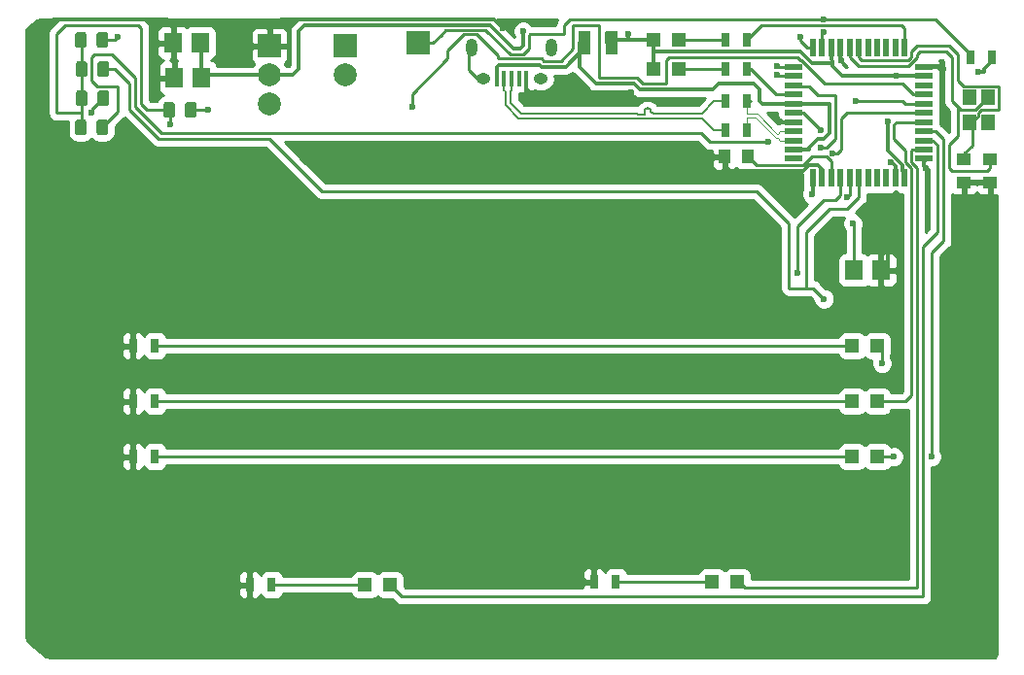
<source format=gbr>
G04 #@! TF.GenerationSoftware,KiCad,Pcbnew,(5.0.1-3-g963ef8bb5)*
G04 #@! TF.CreationDate,2018-11-23T08:59:46+00:00*
G04 #@! TF.ProjectId,invitation,696E7669746174696F6E2E6B69636164,rev?*
G04 #@! TF.SameCoordinates,Original*
G04 #@! TF.FileFunction,Copper,L2,Bot,Signal*
G04 #@! TF.FilePolarity,Positive*
%FSLAX46Y46*%
G04 Gerber Fmt 4.6, Leading zero omitted, Abs format (unit mm)*
G04 Created by KiCad (PCBNEW (5.0.1-3-g963ef8bb5)) date Friday, 23 November 2018 at 08:59:46*
%MOMM*%
%LPD*%
G01*
G04 APERTURE LIST*
G04 #@! TA.AperFunction,SMDPad,CuDef*
%ADD10R,0.400000X1.350000*%
G04 #@! TD*
G04 #@! TA.AperFunction,ComponentPad*
%ADD11O,1.250000X0.950000*%
G04 #@! TD*
G04 #@! TA.AperFunction,ComponentPad*
%ADD12O,1.000000X1.550000*%
G04 #@! TD*
G04 #@! TA.AperFunction,SMDPad,CuDef*
%ADD13R,1.500000X0.550000*%
G04 #@! TD*
G04 #@! TA.AperFunction,SMDPad,CuDef*
%ADD14R,0.550000X1.500000*%
G04 #@! TD*
G04 #@! TA.AperFunction,SMDPad,CuDef*
%ADD15R,1.140000X2.030000*%
G04 #@! TD*
G04 #@! TA.AperFunction,SMDPad,CuDef*
%ADD16R,1.200000X1.400000*%
G04 #@! TD*
G04 #@! TA.AperFunction,SMDPad,CuDef*
%ADD17R,1.200000X1.200000*%
G04 #@! TD*
G04 #@! TA.AperFunction,SMDPad,CuDef*
%ADD18R,0.700000X1.300000*%
G04 #@! TD*
G04 #@! TA.AperFunction,SMDPad,CuDef*
%ADD19R,1.250000X1.000000*%
G04 #@! TD*
G04 #@! TA.AperFunction,SMDPad,CuDef*
%ADD20R,1.000000X1.250000*%
G04 #@! TD*
G04 #@! TA.AperFunction,SMDPad,CuDef*
%ADD21R,1.550000X1.800000*%
G04 #@! TD*
G04 #@! TA.AperFunction,ComponentPad*
%ADD22R,2.000000X2.000000*%
G04 #@! TD*
G04 #@! TA.AperFunction,ComponentPad*
%ADD23C,2.000000*%
G04 #@! TD*
G04 #@! TA.AperFunction,Conductor*
%ADD24C,0.100000*%
G04 #@! TD*
G04 #@! TA.AperFunction,SMDPad,CuDef*
%ADD25C,0.975000*%
G04 #@! TD*
G04 #@! TA.AperFunction,ViaPad*
%ADD26C,0.600000*%
G04 #@! TD*
G04 #@! TA.AperFunction,Conductor*
%ADD27C,0.300000*%
G04 #@! TD*
G04 #@! TA.AperFunction,Conductor*
%ADD28C,0.250000*%
G04 #@! TD*
G04 #@! TA.AperFunction,Conductor*
%ADD29C,0.125000*%
G04 #@! TD*
G04 #@! TA.AperFunction,Conductor*
%ADD30C,0.200000*%
G04 #@! TD*
G04 #@! TA.AperFunction,Conductor*
%ADD31C,0.254000*%
G04 #@! TD*
G04 APERTURE END LIST*
D10*
G04 #@! TO.P,P1,1*
G04 #@! TO.N,USBVCC*
X161005100Y-77000540D03*
G04 #@! TO.P,P1,2*
G04 #@! TO.N,/Data-*
X161655100Y-77000540D03*
G04 #@! TO.P,P1,3*
G04 #@! TO.N,/Data+*
X162305100Y-77000540D03*
G04 #@! TO.P,P1,4*
G04 #@! TO.N,Net-(P1-Pad4)*
X162955100Y-77000540D03*
G04 #@! TO.P,P1,5*
G04 #@! TO.N,GND*
X163605100Y-77000540D03*
D11*
G04 #@! TO.P,P1,6*
G04 #@! TO.N,Net-(P1-Pad6)*
X159805100Y-77000540D03*
X164805100Y-77000540D03*
D12*
X158805100Y-74300540D03*
X165805100Y-74300540D03*
G04 #@! TD*
D13*
G04 #@! TO.P,U1,1*
G04 #@! TO.N,Net-(U1-Pad1)*
X186832000Y-84010000D03*
G04 #@! TO.P,U1,2*
G04 #@! TO.N,USBVCC*
X186832000Y-83210000D03*
G04 #@! TO.P,U1,3*
G04 #@! TO.N,D-*
X186832000Y-82410000D03*
G04 #@! TO.P,U1,4*
G04 #@! TO.N,D+*
X186832000Y-81610000D03*
G04 #@! TO.P,U1,5*
G04 #@! TO.N,GND*
X186832000Y-80810000D03*
G04 #@! TO.P,U1,6*
G04 #@! TO.N,Net-(C0-Pad1)*
X186832000Y-80010000D03*
G04 #@! TO.P,U1,7*
G04 #@! TO.N,USBVCC*
X186832000Y-79210000D03*
G04 #@! TO.P,U1,8*
G04 #@! TO.N,RXLED*
X186832000Y-78410000D03*
G04 #@! TO.P,U1,9*
G04 #@! TO.N,SCLK*
X186832000Y-77610000D03*
G04 #@! TO.P,U1,10*
G04 #@! TO.N,MOSI*
X186832000Y-76810000D03*
G04 #@! TO.P,U1,11*
G04 #@! TO.N,MISO*
X186832000Y-76010000D03*
D14*
G04 #@! TO.P,U1,12*
G04 #@! TO.N,powerLED*
X188532000Y-74310000D03*
G04 #@! TO.P,U1,13*
G04 #@! TO.N,RESET*
X189332000Y-74310000D03*
G04 #@! TO.P,U1,14*
G04 #@! TO.N,VCC*
X190132000Y-74310000D03*
G04 #@! TO.P,U1,15*
G04 #@! TO.N,GND*
X190932000Y-74310000D03*
G04 #@! TO.P,U1,16*
G04 #@! TO.N,XTal2*
X191732000Y-74310000D03*
G04 #@! TO.P,U1,17*
G04 #@! TO.N,XTal1*
X192532000Y-74310000D03*
G04 #@! TO.P,U1,18*
G04 #@! TO.N,Net-(U1-Pad18)*
X193332000Y-74310000D03*
G04 #@! TO.P,U1,19*
G04 #@! TO.N,Net-(U1-Pad19)*
X194132000Y-74310000D03*
G04 #@! TO.P,U1,20*
G04 #@! TO.N,Net-(U1-Pad20)*
X194932000Y-74310000D03*
G04 #@! TO.P,U1,21*
G04 #@! TO.N,Net-(U1-Pad21)*
X195732000Y-74310000D03*
G04 #@! TO.P,U1,22*
G04 #@! TO.N,TXLED*
X196532000Y-74310000D03*
D13*
G04 #@! TO.P,U1,23*
G04 #@! TO.N,GND*
X198232000Y-76010000D03*
G04 #@! TO.P,U1,24*
G04 #@! TO.N,VCC*
X198232000Y-76810000D03*
G04 #@! TO.P,U1,25*
G04 #@! TO.N,Net-(U1-Pad25)*
X198232000Y-77610000D03*
G04 #@! TO.P,U1,26*
G04 #@! TO.N,upArrSens*
X198232000Y-78410000D03*
G04 #@! TO.P,U1,27*
G04 #@! TO.N,downArrSens*
X198232000Y-79210000D03*
G04 #@! TO.P,U1,28*
G04 #@! TO.N,downArrBtn*
X198232000Y-80010000D03*
G04 #@! TO.P,U1,29*
G04 #@! TO.N,nodeLED*
X198232000Y-80810000D03*
G04 #@! TO.P,U1,30*
G04 #@! TO.N,interactLED*
X198232000Y-81610000D03*
G04 #@! TO.P,U1,31*
G04 #@! TO.N,phoneLED*
X198232000Y-82410000D03*
G04 #@! TO.P,U1,32*
G04 #@! TO.N,emailLED*
X198232000Y-83210000D03*
G04 #@! TO.P,U1,33*
G04 #@! TO.N,GND*
X198232000Y-84010000D03*
D14*
G04 #@! TO.P,U1,34*
G04 #@! TO.N,VCC*
X196532000Y-85710000D03*
G04 #@! TO.P,U1,35*
G04 #@! TO.N,GND*
X195732000Y-85710000D03*
G04 #@! TO.P,U1,36*
G04 #@! TO.N,Net-(U1-Pad36)*
X194932000Y-85710000D03*
G04 #@! TO.P,U1,37*
G04 #@! TO.N,Net-(U1-Pad37)*
X194132000Y-85710000D03*
G04 #@! TO.P,U1,38*
G04 #@! TO.N,Net-(U1-Pad38)*
X193332000Y-85710000D03*
G04 #@! TO.P,U1,39*
G04 #@! TO.N,rightArrSens*
X192532000Y-85710000D03*
G04 #@! TO.P,U1,40*
G04 #@! TO.N,leftArrSens*
X191732000Y-85710000D03*
G04 #@! TO.P,U1,41*
G04 #@! TO.N,homeSens*
X190932000Y-85710000D03*
G04 #@! TO.P,U1,42*
G04 #@! TO.N,Net-(C3-Pad1)*
X190132000Y-85710000D03*
G04 #@! TO.P,U1,43*
G04 #@! TO.N,GND*
X189332000Y-85710000D03*
G04 #@! TO.P,U1,44*
G04 #@! TO.N,VCC*
X188532000Y-85710000D03*
G04 #@! TD*
D15*
G04 #@! TO.P,F1,1*
G04 #@! TO.N,USBVCC*
X168656000Y-73914000D03*
G04 #@! TO.P,F1,2*
G04 #@! TO.N,VCC*
X171056000Y-73914000D03*
G04 #@! TD*
D16*
G04 #@! TO.P,Y1,1*
G04 #@! TO.N,XTal1*
X202146000Y-80856000D03*
G04 #@! TO.P,Y1,3*
G04 #@! TO.N,N/C*
X202146000Y-78656000D03*
X203746000Y-80856000D03*
G04 #@! TO.P,Y1,2*
G04 #@! TO.N,XTal2*
X203746000Y-78656000D03*
G04 #@! TD*
D17*
G04 #@! TO.P,D1,2*
G04 #@! TO.N,powerLED*
X194140000Y-100330000D03*
G04 #@! TO.P,D1,1*
G04 #@! TO.N,Net-(D1-Pad1)*
X191940000Y-100330000D03*
G04 #@! TD*
G04 #@! TO.P,D2,2*
G04 #@! TO.N,nodeLED*
X194140000Y-105156000D03*
G04 #@! TO.P,D2,1*
G04 #@! TO.N,Net-(D2-Pad1)*
X191940000Y-105156000D03*
G04 #@! TD*
G04 #@! TO.P,D3,2*
G04 #@! TO.N,interactLED*
X194140000Y-109982000D03*
G04 #@! TO.P,D3,1*
G04 #@! TO.N,Net-(D3-Pad1)*
X191940000Y-109982000D03*
G04 #@! TD*
G04 #@! TO.P,D4,2*
G04 #@! TO.N,emailLED*
X181948000Y-120904000D03*
G04 #@! TO.P,D4,1*
G04 #@! TO.N,Net-(D4-Pad1)*
X179748000Y-120904000D03*
G04 #@! TD*
G04 #@! TO.P,D5,2*
G04 #@! TO.N,phoneLED*
X151722000Y-121158000D03*
G04 #@! TO.P,D5,1*
G04 #@! TO.N,Net-(D5-Pad1)*
X149522000Y-121158000D03*
G04 #@! TD*
D18*
G04 #@! TO.P,R1,1*
G04 #@! TO.N,Net-(D1-Pad1)*
X131252000Y-100330000D03*
G04 #@! TO.P,R1,2*
G04 #@! TO.N,GND*
X129352000Y-100330000D03*
G04 #@! TD*
G04 #@! TO.P,R2,1*
G04 #@! TO.N,Net-(D2-Pad1)*
X131252000Y-105156000D03*
G04 #@! TO.P,R2,2*
G04 #@! TO.N,GND*
X129352000Y-105156000D03*
G04 #@! TD*
G04 #@! TO.P,R3,1*
G04 #@! TO.N,Net-(D3-Pad1)*
X131252000Y-109982000D03*
G04 #@! TO.P,R3,2*
G04 #@! TO.N,GND*
X129352000Y-109982000D03*
G04 #@! TD*
G04 #@! TO.P,R4,1*
G04 #@! TO.N,Net-(D4-Pad1)*
X171384000Y-120904000D03*
G04 #@! TO.P,R4,2*
G04 #@! TO.N,GND*
X169484000Y-120904000D03*
G04 #@! TD*
G04 #@! TO.P,R5,1*
G04 #@! TO.N,Net-(D5-Pad1)*
X141412000Y-121158000D03*
G04 #@! TO.P,R5,2*
G04 #@! TO.N,GND*
X139512000Y-121158000D03*
G04 #@! TD*
G04 #@! TO.P,R8,1*
G04 #@! TO.N,D+*
X182814000Y-78994000D03*
G04 #@! TO.P,R8,2*
G04 #@! TO.N,/Data+*
X180914000Y-78994000D03*
G04 #@! TD*
G04 #@! TO.P,R9,1*
G04 #@! TO.N,D-*
X182814000Y-81534000D03*
G04 #@! TO.P,R9,2*
G04 #@! TO.N,/Data-*
X180914000Y-81534000D03*
G04 #@! TD*
G04 #@! TO.P,R10,1*
G04 #@! TO.N,RESET*
X202250000Y-75184000D03*
G04 #@! TO.P,R10,2*
G04 #@! TO.N,VCC*
X204150000Y-75184000D03*
G04 #@! TD*
D19*
G04 #@! TO.P,C1,1*
G04 #@! TO.N,XTal2*
X203962000Y-84090000D03*
G04 #@! TO.P,C1,2*
G04 #@! TO.N,GND*
X203962000Y-86090000D03*
G04 #@! TD*
G04 #@! TO.P,C2,1*
G04 #@! TO.N,XTal1*
X201676000Y-84090000D03*
G04 #@! TO.P,C2,2*
G04 #@! TO.N,GND*
X201676000Y-86090000D03*
G04 #@! TD*
D20*
G04 #@! TO.P,C3,1*
G04 #@! TO.N,Net-(C3-Pad1)*
X182864000Y-83820000D03*
G04 #@! TO.P,C3,2*
G04 #@! TO.N,GND*
X180864000Y-83820000D03*
G04 #@! TD*
D21*
G04 #@! TO.P,C4,1*
G04 #@! TO.N,VCC*
X135192000Y-73914000D03*
G04 #@! TO.P,C4,2*
G04 #@! TO.N,GND*
X132842000Y-73914000D03*
G04 #@! TD*
G04 #@! TO.P,C5,1*
G04 #@! TO.N,VCC*
X135287000Y-76962000D03*
G04 #@! TO.P,C5,2*
G04 #@! TO.N,GND*
X132937000Y-76962000D03*
G04 #@! TD*
D22*
G04 #@! TO.P,P3,1*
G04 #@! TO.N,GND*
X141224000Y-74168000D03*
D23*
G04 #@! TO.P,P3,2*
G04 #@! TO.N,VCC*
X141224000Y-76708000D03*
G04 #@! TO.P,P3,3*
G04 #@! TO.N,SCLK*
X141224000Y-79248000D03*
G04 #@! TD*
D22*
G04 #@! TO.P,P8,1*
G04 #@! TO.N,RESET*
X154178000Y-73914000D03*
G04 #@! TD*
G04 #@! TO.P,P9,1*
G04 #@! TO.N,MOSI*
X147828000Y-74168000D03*
D23*
G04 #@! TO.P,P9,2*
G04 #@! TO.N,MISO*
X147828000Y-76708000D03*
G04 #@! TD*
D21*
G04 #@! TO.P,C0,1*
G04 #@! TO.N,Net-(C0-Pad1)*
X192119000Y-93726000D03*
G04 #@! TO.P,C0,2*
G04 #@! TO.N,GND*
X194469000Y-93726000D03*
G04 #@! TD*
D17*
G04 #@! TO.P,D6,2*
G04 #@! TO.N,VCC*
X174668000Y-73660000D03*
G04 #@! TO.P,D6,1*
G04 #@! TO.N,Net-(D6-Pad1)*
X176868000Y-73660000D03*
G04 #@! TD*
G04 #@! TO.P,D7,2*
G04 #@! TO.N,VCC*
X174668000Y-76200000D03*
G04 #@! TO.P,D7,1*
G04 #@! TO.N,Net-(D7-Pad1)*
X176868000Y-76200000D03*
G04 #@! TD*
D18*
G04 #@! TO.P,R6,1*
G04 #@! TO.N,TXLED*
X182814000Y-73660000D03*
G04 #@! TO.P,R6,2*
G04 #@! TO.N,Net-(D6-Pad1)*
X180914000Y-73660000D03*
G04 #@! TD*
G04 #@! TO.P,R7,1*
G04 #@! TO.N,RXLED*
X182814000Y-76200000D03*
G04 #@! TO.P,R7,2*
G04 #@! TO.N,Net-(D7-Pad1)*
X180914000Y-76200000D03*
G04 #@! TD*
D24*
G04 #@! TO.N,homeSens*
G04 #@! TO.C,R11*
G36*
X134633642Y-79057174D02*
X134657303Y-79060684D01*
X134680507Y-79066496D01*
X134703029Y-79074554D01*
X134724653Y-79084782D01*
X134745170Y-79097079D01*
X134764383Y-79111329D01*
X134782107Y-79127393D01*
X134798171Y-79145117D01*
X134812421Y-79164330D01*
X134824718Y-79184847D01*
X134834946Y-79206471D01*
X134843004Y-79228993D01*
X134848816Y-79252197D01*
X134852326Y-79275858D01*
X134853500Y-79299750D01*
X134853500Y-80212250D01*
X134852326Y-80236142D01*
X134848816Y-80259803D01*
X134843004Y-80283007D01*
X134834946Y-80305529D01*
X134824718Y-80327153D01*
X134812421Y-80347670D01*
X134798171Y-80366883D01*
X134782107Y-80384607D01*
X134764383Y-80400671D01*
X134745170Y-80414921D01*
X134724653Y-80427218D01*
X134703029Y-80437446D01*
X134680507Y-80445504D01*
X134657303Y-80451316D01*
X134633642Y-80454826D01*
X134609750Y-80456000D01*
X134122250Y-80456000D01*
X134098358Y-80454826D01*
X134074697Y-80451316D01*
X134051493Y-80445504D01*
X134028971Y-80437446D01*
X134007347Y-80427218D01*
X133986830Y-80414921D01*
X133967617Y-80400671D01*
X133949893Y-80384607D01*
X133933829Y-80366883D01*
X133919579Y-80347670D01*
X133907282Y-80327153D01*
X133897054Y-80305529D01*
X133888996Y-80283007D01*
X133883184Y-80259803D01*
X133879674Y-80236142D01*
X133878500Y-80212250D01*
X133878500Y-79299750D01*
X133879674Y-79275858D01*
X133883184Y-79252197D01*
X133888996Y-79228993D01*
X133897054Y-79206471D01*
X133907282Y-79184847D01*
X133919579Y-79164330D01*
X133933829Y-79145117D01*
X133949893Y-79127393D01*
X133967617Y-79111329D01*
X133986830Y-79097079D01*
X134007347Y-79084782D01*
X134028971Y-79074554D01*
X134051493Y-79066496D01*
X134074697Y-79060684D01*
X134098358Y-79057174D01*
X134122250Y-79056000D01*
X134609750Y-79056000D01*
X134633642Y-79057174D01*
X134633642Y-79057174D01*
G37*
D25*
G04 #@! TD*
G04 #@! TO.P,R11,1*
G04 #@! TO.N,homeSens*
X134366000Y-79756000D03*
D24*
G04 #@! TO.N,downArrBtn*
G04 #@! TO.C,R11*
G36*
X132758642Y-79057174D02*
X132782303Y-79060684D01*
X132805507Y-79066496D01*
X132828029Y-79074554D01*
X132849653Y-79084782D01*
X132870170Y-79097079D01*
X132889383Y-79111329D01*
X132907107Y-79127393D01*
X132923171Y-79145117D01*
X132937421Y-79164330D01*
X132949718Y-79184847D01*
X132959946Y-79206471D01*
X132968004Y-79228993D01*
X132973816Y-79252197D01*
X132977326Y-79275858D01*
X132978500Y-79299750D01*
X132978500Y-80212250D01*
X132977326Y-80236142D01*
X132973816Y-80259803D01*
X132968004Y-80283007D01*
X132959946Y-80305529D01*
X132949718Y-80327153D01*
X132937421Y-80347670D01*
X132923171Y-80366883D01*
X132907107Y-80384607D01*
X132889383Y-80400671D01*
X132870170Y-80414921D01*
X132849653Y-80427218D01*
X132828029Y-80437446D01*
X132805507Y-80445504D01*
X132782303Y-80451316D01*
X132758642Y-80454826D01*
X132734750Y-80456000D01*
X132247250Y-80456000D01*
X132223358Y-80454826D01*
X132199697Y-80451316D01*
X132176493Y-80445504D01*
X132153971Y-80437446D01*
X132132347Y-80427218D01*
X132111830Y-80414921D01*
X132092617Y-80400671D01*
X132074893Y-80384607D01*
X132058829Y-80366883D01*
X132044579Y-80347670D01*
X132032282Y-80327153D01*
X132022054Y-80305529D01*
X132013996Y-80283007D01*
X132008184Y-80259803D01*
X132004674Y-80236142D01*
X132003500Y-80212250D01*
X132003500Y-79299750D01*
X132004674Y-79275858D01*
X132008184Y-79252197D01*
X132013996Y-79228993D01*
X132022054Y-79206471D01*
X132032282Y-79184847D01*
X132044579Y-79164330D01*
X132058829Y-79145117D01*
X132074893Y-79127393D01*
X132092617Y-79111329D01*
X132111830Y-79097079D01*
X132132347Y-79084782D01*
X132153971Y-79074554D01*
X132176493Y-79066496D01*
X132199697Y-79060684D01*
X132223358Y-79057174D01*
X132247250Y-79056000D01*
X132734750Y-79056000D01*
X132758642Y-79057174D01*
X132758642Y-79057174D01*
G37*
D25*
G04 #@! TD*
G04 #@! TO.P,R11,2*
G04 #@! TO.N,downArrBtn*
X132491000Y-79756000D03*
D24*
G04 #@! TO.N,downArrBtn*
G04 #@! TO.C,R12*
G36*
X125060142Y-72961174D02*
X125083803Y-72964684D01*
X125107007Y-72970496D01*
X125129529Y-72978554D01*
X125151153Y-72988782D01*
X125171670Y-73001079D01*
X125190883Y-73015329D01*
X125208607Y-73031393D01*
X125224671Y-73049117D01*
X125238921Y-73068330D01*
X125251218Y-73088847D01*
X125261446Y-73110471D01*
X125269504Y-73132993D01*
X125275316Y-73156197D01*
X125278826Y-73179858D01*
X125280000Y-73203750D01*
X125280000Y-74116250D01*
X125278826Y-74140142D01*
X125275316Y-74163803D01*
X125269504Y-74187007D01*
X125261446Y-74209529D01*
X125251218Y-74231153D01*
X125238921Y-74251670D01*
X125224671Y-74270883D01*
X125208607Y-74288607D01*
X125190883Y-74304671D01*
X125171670Y-74318921D01*
X125151153Y-74331218D01*
X125129529Y-74341446D01*
X125107007Y-74349504D01*
X125083803Y-74355316D01*
X125060142Y-74358826D01*
X125036250Y-74360000D01*
X124548750Y-74360000D01*
X124524858Y-74358826D01*
X124501197Y-74355316D01*
X124477993Y-74349504D01*
X124455471Y-74341446D01*
X124433847Y-74331218D01*
X124413330Y-74318921D01*
X124394117Y-74304671D01*
X124376393Y-74288607D01*
X124360329Y-74270883D01*
X124346079Y-74251670D01*
X124333782Y-74231153D01*
X124323554Y-74209529D01*
X124315496Y-74187007D01*
X124309684Y-74163803D01*
X124306174Y-74140142D01*
X124305000Y-74116250D01*
X124305000Y-73203750D01*
X124306174Y-73179858D01*
X124309684Y-73156197D01*
X124315496Y-73132993D01*
X124323554Y-73110471D01*
X124333782Y-73088847D01*
X124346079Y-73068330D01*
X124360329Y-73049117D01*
X124376393Y-73031393D01*
X124394117Y-73015329D01*
X124413330Y-73001079D01*
X124433847Y-72988782D01*
X124455471Y-72978554D01*
X124477993Y-72970496D01*
X124501197Y-72964684D01*
X124524858Y-72961174D01*
X124548750Y-72960000D01*
X125036250Y-72960000D01*
X125060142Y-72961174D01*
X125060142Y-72961174D01*
G37*
D25*
G04 #@! TD*
G04 #@! TO.P,R12,2*
G04 #@! TO.N,downArrBtn*
X124792500Y-73660000D03*
D24*
G04 #@! TO.N,leftArrSens*
G04 #@! TO.C,R12*
G36*
X126935142Y-72961174D02*
X126958803Y-72964684D01*
X126982007Y-72970496D01*
X127004529Y-72978554D01*
X127026153Y-72988782D01*
X127046670Y-73001079D01*
X127065883Y-73015329D01*
X127083607Y-73031393D01*
X127099671Y-73049117D01*
X127113921Y-73068330D01*
X127126218Y-73088847D01*
X127136446Y-73110471D01*
X127144504Y-73132993D01*
X127150316Y-73156197D01*
X127153826Y-73179858D01*
X127155000Y-73203750D01*
X127155000Y-74116250D01*
X127153826Y-74140142D01*
X127150316Y-74163803D01*
X127144504Y-74187007D01*
X127136446Y-74209529D01*
X127126218Y-74231153D01*
X127113921Y-74251670D01*
X127099671Y-74270883D01*
X127083607Y-74288607D01*
X127065883Y-74304671D01*
X127046670Y-74318921D01*
X127026153Y-74331218D01*
X127004529Y-74341446D01*
X126982007Y-74349504D01*
X126958803Y-74355316D01*
X126935142Y-74358826D01*
X126911250Y-74360000D01*
X126423750Y-74360000D01*
X126399858Y-74358826D01*
X126376197Y-74355316D01*
X126352993Y-74349504D01*
X126330471Y-74341446D01*
X126308847Y-74331218D01*
X126288330Y-74318921D01*
X126269117Y-74304671D01*
X126251393Y-74288607D01*
X126235329Y-74270883D01*
X126221079Y-74251670D01*
X126208782Y-74231153D01*
X126198554Y-74209529D01*
X126190496Y-74187007D01*
X126184684Y-74163803D01*
X126181174Y-74140142D01*
X126180000Y-74116250D01*
X126180000Y-73203750D01*
X126181174Y-73179858D01*
X126184684Y-73156197D01*
X126190496Y-73132993D01*
X126198554Y-73110471D01*
X126208782Y-73088847D01*
X126221079Y-73068330D01*
X126235329Y-73049117D01*
X126251393Y-73031393D01*
X126269117Y-73015329D01*
X126288330Y-73001079D01*
X126308847Y-72988782D01*
X126330471Y-72978554D01*
X126352993Y-72970496D01*
X126376197Y-72964684D01*
X126399858Y-72961174D01*
X126423750Y-72960000D01*
X126911250Y-72960000D01*
X126935142Y-72961174D01*
X126935142Y-72961174D01*
G37*
D25*
G04 #@! TD*
G04 #@! TO.P,R12,1*
G04 #@! TO.N,leftArrSens*
X126667500Y-73660000D03*
D24*
G04 #@! TO.N,rightArrSens*
G04 #@! TO.C,R13*
G36*
X127013642Y-75501174D02*
X127037303Y-75504684D01*
X127060507Y-75510496D01*
X127083029Y-75518554D01*
X127104653Y-75528782D01*
X127125170Y-75541079D01*
X127144383Y-75555329D01*
X127162107Y-75571393D01*
X127178171Y-75589117D01*
X127192421Y-75608330D01*
X127204718Y-75628847D01*
X127214946Y-75650471D01*
X127223004Y-75672993D01*
X127228816Y-75696197D01*
X127232326Y-75719858D01*
X127233500Y-75743750D01*
X127233500Y-76656250D01*
X127232326Y-76680142D01*
X127228816Y-76703803D01*
X127223004Y-76727007D01*
X127214946Y-76749529D01*
X127204718Y-76771153D01*
X127192421Y-76791670D01*
X127178171Y-76810883D01*
X127162107Y-76828607D01*
X127144383Y-76844671D01*
X127125170Y-76858921D01*
X127104653Y-76871218D01*
X127083029Y-76881446D01*
X127060507Y-76889504D01*
X127037303Y-76895316D01*
X127013642Y-76898826D01*
X126989750Y-76900000D01*
X126502250Y-76900000D01*
X126478358Y-76898826D01*
X126454697Y-76895316D01*
X126431493Y-76889504D01*
X126408971Y-76881446D01*
X126387347Y-76871218D01*
X126366830Y-76858921D01*
X126347617Y-76844671D01*
X126329893Y-76828607D01*
X126313829Y-76810883D01*
X126299579Y-76791670D01*
X126287282Y-76771153D01*
X126277054Y-76749529D01*
X126268996Y-76727007D01*
X126263184Y-76703803D01*
X126259674Y-76680142D01*
X126258500Y-76656250D01*
X126258500Y-75743750D01*
X126259674Y-75719858D01*
X126263184Y-75696197D01*
X126268996Y-75672993D01*
X126277054Y-75650471D01*
X126287282Y-75628847D01*
X126299579Y-75608330D01*
X126313829Y-75589117D01*
X126329893Y-75571393D01*
X126347617Y-75555329D01*
X126366830Y-75541079D01*
X126387347Y-75528782D01*
X126408971Y-75518554D01*
X126431493Y-75510496D01*
X126454697Y-75504684D01*
X126478358Y-75501174D01*
X126502250Y-75500000D01*
X126989750Y-75500000D01*
X127013642Y-75501174D01*
X127013642Y-75501174D01*
G37*
D25*
G04 #@! TD*
G04 #@! TO.P,R13,1*
G04 #@! TO.N,rightArrSens*
X126746000Y-76200000D03*
D24*
G04 #@! TO.N,downArrBtn*
G04 #@! TO.C,R13*
G36*
X125138642Y-75501174D02*
X125162303Y-75504684D01*
X125185507Y-75510496D01*
X125208029Y-75518554D01*
X125229653Y-75528782D01*
X125250170Y-75541079D01*
X125269383Y-75555329D01*
X125287107Y-75571393D01*
X125303171Y-75589117D01*
X125317421Y-75608330D01*
X125329718Y-75628847D01*
X125339946Y-75650471D01*
X125348004Y-75672993D01*
X125353816Y-75696197D01*
X125357326Y-75719858D01*
X125358500Y-75743750D01*
X125358500Y-76656250D01*
X125357326Y-76680142D01*
X125353816Y-76703803D01*
X125348004Y-76727007D01*
X125339946Y-76749529D01*
X125329718Y-76771153D01*
X125317421Y-76791670D01*
X125303171Y-76810883D01*
X125287107Y-76828607D01*
X125269383Y-76844671D01*
X125250170Y-76858921D01*
X125229653Y-76871218D01*
X125208029Y-76881446D01*
X125185507Y-76889504D01*
X125162303Y-76895316D01*
X125138642Y-76898826D01*
X125114750Y-76900000D01*
X124627250Y-76900000D01*
X124603358Y-76898826D01*
X124579697Y-76895316D01*
X124556493Y-76889504D01*
X124533971Y-76881446D01*
X124512347Y-76871218D01*
X124491830Y-76858921D01*
X124472617Y-76844671D01*
X124454893Y-76828607D01*
X124438829Y-76810883D01*
X124424579Y-76791670D01*
X124412282Y-76771153D01*
X124402054Y-76749529D01*
X124393996Y-76727007D01*
X124388184Y-76703803D01*
X124384674Y-76680142D01*
X124383500Y-76656250D01*
X124383500Y-75743750D01*
X124384674Y-75719858D01*
X124388184Y-75696197D01*
X124393996Y-75672993D01*
X124402054Y-75650471D01*
X124412282Y-75628847D01*
X124424579Y-75608330D01*
X124438829Y-75589117D01*
X124454893Y-75571393D01*
X124472617Y-75555329D01*
X124491830Y-75541079D01*
X124512347Y-75528782D01*
X124533971Y-75518554D01*
X124556493Y-75510496D01*
X124579697Y-75504684D01*
X124603358Y-75501174D01*
X124627250Y-75500000D01*
X125114750Y-75500000D01*
X125138642Y-75501174D01*
X125138642Y-75501174D01*
G37*
D25*
G04 #@! TD*
G04 #@! TO.P,R13,2*
G04 #@! TO.N,downArrBtn*
X124871000Y-76200000D03*
D24*
G04 #@! TO.N,downArrBtn*
G04 #@! TO.C,R14*
G36*
X125138642Y-78041174D02*
X125162303Y-78044684D01*
X125185507Y-78050496D01*
X125208029Y-78058554D01*
X125229653Y-78068782D01*
X125250170Y-78081079D01*
X125269383Y-78095329D01*
X125287107Y-78111393D01*
X125303171Y-78129117D01*
X125317421Y-78148330D01*
X125329718Y-78168847D01*
X125339946Y-78190471D01*
X125348004Y-78212993D01*
X125353816Y-78236197D01*
X125357326Y-78259858D01*
X125358500Y-78283750D01*
X125358500Y-79196250D01*
X125357326Y-79220142D01*
X125353816Y-79243803D01*
X125348004Y-79267007D01*
X125339946Y-79289529D01*
X125329718Y-79311153D01*
X125317421Y-79331670D01*
X125303171Y-79350883D01*
X125287107Y-79368607D01*
X125269383Y-79384671D01*
X125250170Y-79398921D01*
X125229653Y-79411218D01*
X125208029Y-79421446D01*
X125185507Y-79429504D01*
X125162303Y-79435316D01*
X125138642Y-79438826D01*
X125114750Y-79440000D01*
X124627250Y-79440000D01*
X124603358Y-79438826D01*
X124579697Y-79435316D01*
X124556493Y-79429504D01*
X124533971Y-79421446D01*
X124512347Y-79411218D01*
X124491830Y-79398921D01*
X124472617Y-79384671D01*
X124454893Y-79368607D01*
X124438829Y-79350883D01*
X124424579Y-79331670D01*
X124412282Y-79311153D01*
X124402054Y-79289529D01*
X124393996Y-79267007D01*
X124388184Y-79243803D01*
X124384674Y-79220142D01*
X124383500Y-79196250D01*
X124383500Y-78283750D01*
X124384674Y-78259858D01*
X124388184Y-78236197D01*
X124393996Y-78212993D01*
X124402054Y-78190471D01*
X124412282Y-78168847D01*
X124424579Y-78148330D01*
X124438829Y-78129117D01*
X124454893Y-78111393D01*
X124472617Y-78095329D01*
X124491830Y-78081079D01*
X124512347Y-78068782D01*
X124533971Y-78058554D01*
X124556493Y-78050496D01*
X124579697Y-78044684D01*
X124603358Y-78041174D01*
X124627250Y-78040000D01*
X125114750Y-78040000D01*
X125138642Y-78041174D01*
X125138642Y-78041174D01*
G37*
D25*
G04 #@! TD*
G04 #@! TO.P,R14,2*
G04 #@! TO.N,downArrBtn*
X124871000Y-78740000D03*
D24*
G04 #@! TO.N,upArrSens*
G04 #@! TO.C,R14*
G36*
X127013642Y-78041174D02*
X127037303Y-78044684D01*
X127060507Y-78050496D01*
X127083029Y-78058554D01*
X127104653Y-78068782D01*
X127125170Y-78081079D01*
X127144383Y-78095329D01*
X127162107Y-78111393D01*
X127178171Y-78129117D01*
X127192421Y-78148330D01*
X127204718Y-78168847D01*
X127214946Y-78190471D01*
X127223004Y-78212993D01*
X127228816Y-78236197D01*
X127232326Y-78259858D01*
X127233500Y-78283750D01*
X127233500Y-79196250D01*
X127232326Y-79220142D01*
X127228816Y-79243803D01*
X127223004Y-79267007D01*
X127214946Y-79289529D01*
X127204718Y-79311153D01*
X127192421Y-79331670D01*
X127178171Y-79350883D01*
X127162107Y-79368607D01*
X127144383Y-79384671D01*
X127125170Y-79398921D01*
X127104653Y-79411218D01*
X127083029Y-79421446D01*
X127060507Y-79429504D01*
X127037303Y-79435316D01*
X127013642Y-79438826D01*
X126989750Y-79440000D01*
X126502250Y-79440000D01*
X126478358Y-79438826D01*
X126454697Y-79435316D01*
X126431493Y-79429504D01*
X126408971Y-79421446D01*
X126387347Y-79411218D01*
X126366830Y-79398921D01*
X126347617Y-79384671D01*
X126329893Y-79368607D01*
X126313829Y-79350883D01*
X126299579Y-79331670D01*
X126287282Y-79311153D01*
X126277054Y-79289529D01*
X126268996Y-79267007D01*
X126263184Y-79243803D01*
X126259674Y-79220142D01*
X126258500Y-79196250D01*
X126258500Y-78283750D01*
X126259674Y-78259858D01*
X126263184Y-78236197D01*
X126268996Y-78212993D01*
X126277054Y-78190471D01*
X126287282Y-78168847D01*
X126299579Y-78148330D01*
X126313829Y-78129117D01*
X126329893Y-78111393D01*
X126347617Y-78095329D01*
X126366830Y-78081079D01*
X126387347Y-78068782D01*
X126408971Y-78058554D01*
X126431493Y-78050496D01*
X126454697Y-78044684D01*
X126478358Y-78041174D01*
X126502250Y-78040000D01*
X126989750Y-78040000D01*
X127013642Y-78041174D01*
X127013642Y-78041174D01*
G37*
D25*
G04 #@! TD*
G04 #@! TO.P,R14,1*
G04 #@! TO.N,upArrSens*
X126746000Y-78740000D03*
D24*
G04 #@! TO.N,downArrSens*
G04 #@! TO.C,R15*
G36*
X126935142Y-80581174D02*
X126958803Y-80584684D01*
X126982007Y-80590496D01*
X127004529Y-80598554D01*
X127026153Y-80608782D01*
X127046670Y-80621079D01*
X127065883Y-80635329D01*
X127083607Y-80651393D01*
X127099671Y-80669117D01*
X127113921Y-80688330D01*
X127126218Y-80708847D01*
X127136446Y-80730471D01*
X127144504Y-80752993D01*
X127150316Y-80776197D01*
X127153826Y-80799858D01*
X127155000Y-80823750D01*
X127155000Y-81736250D01*
X127153826Y-81760142D01*
X127150316Y-81783803D01*
X127144504Y-81807007D01*
X127136446Y-81829529D01*
X127126218Y-81851153D01*
X127113921Y-81871670D01*
X127099671Y-81890883D01*
X127083607Y-81908607D01*
X127065883Y-81924671D01*
X127046670Y-81938921D01*
X127026153Y-81951218D01*
X127004529Y-81961446D01*
X126982007Y-81969504D01*
X126958803Y-81975316D01*
X126935142Y-81978826D01*
X126911250Y-81980000D01*
X126423750Y-81980000D01*
X126399858Y-81978826D01*
X126376197Y-81975316D01*
X126352993Y-81969504D01*
X126330471Y-81961446D01*
X126308847Y-81951218D01*
X126288330Y-81938921D01*
X126269117Y-81924671D01*
X126251393Y-81908607D01*
X126235329Y-81890883D01*
X126221079Y-81871670D01*
X126208782Y-81851153D01*
X126198554Y-81829529D01*
X126190496Y-81807007D01*
X126184684Y-81783803D01*
X126181174Y-81760142D01*
X126180000Y-81736250D01*
X126180000Y-80823750D01*
X126181174Y-80799858D01*
X126184684Y-80776197D01*
X126190496Y-80752993D01*
X126198554Y-80730471D01*
X126208782Y-80708847D01*
X126221079Y-80688330D01*
X126235329Y-80669117D01*
X126251393Y-80651393D01*
X126269117Y-80635329D01*
X126288330Y-80621079D01*
X126308847Y-80608782D01*
X126330471Y-80598554D01*
X126352993Y-80590496D01*
X126376197Y-80584684D01*
X126399858Y-80581174D01*
X126423750Y-80580000D01*
X126911250Y-80580000D01*
X126935142Y-80581174D01*
X126935142Y-80581174D01*
G37*
D25*
G04 #@! TD*
G04 #@! TO.P,R15,1*
G04 #@! TO.N,downArrSens*
X126667500Y-81280000D03*
D24*
G04 #@! TO.N,downArrBtn*
G04 #@! TO.C,R15*
G36*
X125060142Y-80581174D02*
X125083803Y-80584684D01*
X125107007Y-80590496D01*
X125129529Y-80598554D01*
X125151153Y-80608782D01*
X125171670Y-80621079D01*
X125190883Y-80635329D01*
X125208607Y-80651393D01*
X125224671Y-80669117D01*
X125238921Y-80688330D01*
X125251218Y-80708847D01*
X125261446Y-80730471D01*
X125269504Y-80752993D01*
X125275316Y-80776197D01*
X125278826Y-80799858D01*
X125280000Y-80823750D01*
X125280000Y-81736250D01*
X125278826Y-81760142D01*
X125275316Y-81783803D01*
X125269504Y-81807007D01*
X125261446Y-81829529D01*
X125251218Y-81851153D01*
X125238921Y-81871670D01*
X125224671Y-81890883D01*
X125208607Y-81908607D01*
X125190883Y-81924671D01*
X125171670Y-81938921D01*
X125151153Y-81951218D01*
X125129529Y-81961446D01*
X125107007Y-81969504D01*
X125083803Y-81975316D01*
X125060142Y-81978826D01*
X125036250Y-81980000D01*
X124548750Y-81980000D01*
X124524858Y-81978826D01*
X124501197Y-81975316D01*
X124477993Y-81969504D01*
X124455471Y-81961446D01*
X124433847Y-81951218D01*
X124413330Y-81938921D01*
X124394117Y-81924671D01*
X124376393Y-81908607D01*
X124360329Y-81890883D01*
X124346079Y-81871670D01*
X124333782Y-81851153D01*
X124323554Y-81829529D01*
X124315496Y-81807007D01*
X124309684Y-81783803D01*
X124306174Y-81760142D01*
X124305000Y-81736250D01*
X124305000Y-80823750D01*
X124306174Y-80799858D01*
X124309684Y-80776197D01*
X124315496Y-80752993D01*
X124323554Y-80730471D01*
X124333782Y-80708847D01*
X124346079Y-80688330D01*
X124360329Y-80669117D01*
X124376393Y-80651393D01*
X124394117Y-80635329D01*
X124413330Y-80621079D01*
X124433847Y-80608782D01*
X124455471Y-80598554D01*
X124477993Y-80590496D01*
X124501197Y-80584684D01*
X124524858Y-80581174D01*
X124548750Y-80580000D01*
X125036250Y-80580000D01*
X125060142Y-80581174D01*
X125060142Y-80581174D01*
G37*
D25*
G04 #@! TD*
G04 #@! TO.P,R15,2*
G04 #@! TO.N,downArrBtn*
X124792500Y-81280000D03*
D26*
G04 #@! TO.N,GND*
X191008000Y-75438000D03*
X199898000Y-76200000D03*
X195580000Y-91440000D03*
X198374000Y-84836000D03*
X201676000Y-87884000D03*
X179578000Y-83820000D03*
X185674000Y-80772000D03*
X172720000Y-78232000D03*
X195326000Y-84328000D03*
X161500000Y-72650000D03*
G04 #@! TO.N,VCC*
X195834000Y-76810000D03*
X172466000Y-73152000D03*
X163322000Y-72898000D03*
X195072000Y-80772000D03*
X188468000Y-87122000D03*
X202946000Y-76454000D03*
G04 #@! TO.N,interactLED*
X195580000Y-109982000D03*
X198882000Y-109982000D03*
G04 #@! TO.N,SCLK*
X189230000Y-83058000D03*
G04 #@! TO.N,MISO*
X185420000Y-75946000D03*
G04 #@! TO.N,MOSI*
X185420000Y-76708000D03*
G04 #@! TO.N,RESET*
X189484000Y-71882000D03*
X189484000Y-72942000D03*
G04 #@! TO.N,Net-(C0-Pad1)*
X192024000Y-89662000D03*
X189230000Y-81534000D03*
G04 #@! TO.N,homeSens*
X135890000Y-79756000D03*
X187210000Y-93960000D03*
G04 #@! TO.N,leftArrSens*
X191516000Y-87376000D03*
X128016000Y-73406000D03*
G04 #@! TO.N,rightArrSens*
X189500000Y-96230000D03*
G04 #@! TO.N,upArrSens*
X125730000Y-80010000D03*
X153630000Y-79502000D03*
G04 #@! TO.N,downArrSens*
X184658000Y-82550000D03*
X192278000Y-78994000D03*
G04 #@! TO.N,downArrBtn*
X132588000Y-81026000D03*
X190246000Y-83566000D03*
G04 #@! TO.N,powerLED*
X187452000Y-73406000D03*
X194564000Y-101854000D03*
G04 #@! TD*
D27*
G04 #@! TO.N,USBVCC*
X187668000Y-79210000D02*
X186832000Y-79210000D01*
X187706000Y-79248000D02*
X187668000Y-79210000D01*
X189992000Y-79248000D02*
X187706000Y-79248000D01*
X189992000Y-81788000D02*
X189992000Y-79248000D01*
X188214000Y-83210000D02*
X188214000Y-83058000D01*
X186832000Y-83210000D02*
X188214000Y-83210000D01*
X188976000Y-82296000D02*
X189484000Y-82296000D01*
X188214000Y-83058000D02*
X188976000Y-82296000D01*
X189484000Y-82296000D02*
X189992000Y-81788000D01*
X183896000Y-78994000D02*
X184112000Y-79210000D01*
X183896000Y-77978000D02*
X183896000Y-78994000D01*
X183388000Y-77470000D02*
X183896000Y-77978000D01*
X180340000Y-77470000D02*
X183388000Y-77470000D01*
X179832000Y-77978000D02*
X180340000Y-77470000D01*
X168218000Y-76016000D02*
X169672000Y-77470000D01*
X173482000Y-77978000D02*
X179832000Y-77978000D01*
X172974000Y-77470000D02*
X173482000Y-77978000D01*
X169672000Y-77470000D02*
X172974000Y-77470000D01*
X184112000Y-79210000D02*
X186832000Y-79210000D01*
X168218000Y-73914000D02*
X168218000Y-76016000D01*
X168218000Y-74098000D02*
X168218000Y-73914000D01*
X168656000Y-74359000D02*
X168656000Y-73914000D01*
X164890000Y-75990000D02*
X167025000Y-75990000D01*
X167025000Y-75990000D02*
X168656000Y-74359000D01*
X164720000Y-75820000D02*
X164890000Y-75990000D01*
X164720000Y-75816000D02*
X164720000Y-75820000D01*
X161239100Y-75816000D02*
X164720000Y-75816000D01*
X161005100Y-76050000D02*
X161239100Y-75816000D01*
X161005100Y-77000540D02*
X161005100Y-76050000D01*
G04 #@! TO.N,GND*
X195072000Y-91440000D02*
X195072000Y-93123000D01*
X195072000Y-93123000D02*
X194469000Y-93726000D01*
X190932000Y-75362000D02*
X190932000Y-74310000D01*
X191008000Y-75438000D02*
X190932000Y-75362000D01*
X189332000Y-85710000D02*
X189332000Y-84938000D01*
X180864000Y-84598000D02*
X180864000Y-83820000D01*
X181356000Y-85090000D02*
X180864000Y-84598000D01*
X187706000Y-85090000D02*
X181356000Y-85090000D01*
X188214000Y-84582000D02*
X187706000Y-85090000D01*
X188976000Y-84582000D02*
X188214000Y-84582000D01*
X189332000Y-84938000D02*
X188976000Y-84582000D01*
X199708000Y-76010000D02*
X198232000Y-76010000D01*
X199898000Y-76200000D02*
X199708000Y-76010000D01*
X195580000Y-91440000D02*
X195072000Y-91440000D01*
X195732000Y-84684000D02*
X195732000Y-85710000D01*
X201676000Y-86090000D02*
X201676000Y-87884000D01*
X198232000Y-84694000D02*
X198232000Y-84010000D01*
X198374000Y-84836000D02*
X198232000Y-84694000D01*
X186832000Y-80810000D02*
X185712000Y-80810000D01*
X179578000Y-83820000D02*
X180864000Y-83820000D01*
X185712000Y-80810000D02*
X185674000Y-80772000D01*
X163746264Y-78232000D02*
X172720000Y-78232000D01*
X138430000Y-74168000D02*
X141224000Y-74168000D01*
X136398000Y-72136000D02*
X138430000Y-74168000D01*
X132842000Y-72390000D02*
X133096000Y-72136000D01*
X133096000Y-72136000D02*
X136398000Y-72136000D01*
X132842000Y-73914000D02*
X132842000Y-72390000D01*
X142210000Y-71882000D02*
X160020000Y-71882000D01*
X141224000Y-72868000D02*
X142210000Y-71882000D01*
X141224000Y-74168000D02*
X141224000Y-72868000D01*
X132937000Y-74009000D02*
X132842000Y-73914000D01*
X132937000Y-76962000D02*
X132937000Y-74009000D01*
X168834000Y-120904000D02*
X167056000Y-119126000D01*
X169484000Y-120904000D02*
X168834000Y-120904000D01*
X167056000Y-119126000D02*
X139700000Y-119126000D01*
X139512000Y-119314000D02*
X139512000Y-121158000D01*
X139700000Y-119126000D02*
X139512000Y-119314000D01*
X139512000Y-119314000D02*
X132268000Y-119314000D01*
X129352000Y-116398000D02*
X129352000Y-109982000D01*
X132268000Y-119314000D02*
X129352000Y-116398000D01*
X129352000Y-109982000D02*
X129352000Y-105156000D01*
X129352000Y-104206000D02*
X129352000Y-100330000D01*
X129352000Y-105156000D02*
X129352000Y-104206000D01*
X121920000Y-82550000D02*
X121920000Y-72390000D01*
X122174000Y-82804000D02*
X121920000Y-82550000D01*
X125222000Y-82804000D02*
X122174000Y-82804000D01*
X129352000Y-86934000D02*
X125222000Y-82804000D01*
X129352000Y-100330000D02*
X129352000Y-86934000D01*
X122428000Y-71882000D02*
X132334000Y-71882000D01*
X121920000Y-72390000D02*
X122428000Y-71882000D01*
X132334000Y-71882000D02*
X132842000Y-72390000D01*
X195732000Y-84660000D02*
X195400000Y-84328000D01*
X195732000Y-85710000D02*
X195732000Y-84660000D01*
X195400000Y-84328000D02*
X195326000Y-84328000D01*
X203962000Y-86090000D02*
X201676000Y-86090000D01*
X163605100Y-78090836D02*
X163605100Y-77000540D01*
X163746264Y-78232000D02*
X163605100Y-78090836D01*
X160020000Y-71882000D02*
X160772000Y-71882000D01*
X161500000Y-72610000D02*
X161500000Y-72650000D01*
X160772000Y-71882000D02*
X161500000Y-72610000D01*
G04 #@! TO.N,VCC*
X190132000Y-75360000D02*
X190246000Y-75474000D01*
X190132000Y-74310000D02*
X190132000Y-75360000D01*
X190246000Y-75946000D02*
X191110000Y-76810000D01*
X191110000Y-76810000D02*
X195834000Y-76810000D01*
X195834000Y-76810000D02*
X198232000Y-76810000D01*
X204216000Y-75250000D02*
X204150000Y-75184000D01*
X170872000Y-73660000D02*
X170618000Y-73914000D01*
X174668000Y-74930000D02*
X174668000Y-76200000D01*
X190246000Y-75692000D02*
X190246000Y-75946000D01*
X190246000Y-75474000D02*
X190246000Y-75692000D01*
X170618000Y-73914000D02*
X170618000Y-73082000D01*
X135541000Y-76708000D02*
X135287000Y-76962000D01*
X141224000Y-76708000D02*
X135541000Y-76708000D01*
X135287000Y-74009000D02*
X135192000Y-73914000D01*
X135287000Y-76962000D02*
X135287000Y-74009000D01*
X174668000Y-73660000D02*
X172466000Y-73660000D01*
X172466000Y-73660000D02*
X172466000Y-73152000D01*
X172466000Y-73660000D02*
X170872000Y-73660000D01*
X196532000Y-85710000D02*
X196532000Y-85280000D01*
X196532000Y-85253999D02*
X196342000Y-85063999D01*
X196532000Y-85280000D02*
X196532000Y-85253999D01*
X196320992Y-85042991D02*
X196320992Y-84560992D01*
X196342000Y-85063999D02*
X196320992Y-85042991D01*
X195072000Y-83312000D02*
X195072000Y-80772000D01*
X196320992Y-84560992D02*
X195072000Y-83312000D01*
X188532000Y-87058000D02*
X188468000Y-87122000D01*
X188532000Y-85710000D02*
X188532000Y-87058000D01*
X188722000Y-75692000D02*
X190246000Y-75692000D01*
X187452000Y-74676000D02*
X174668000Y-74676000D01*
X174668000Y-74676000D02*
X174668000Y-74930000D01*
X174668000Y-73660000D02*
X174668000Y-74676000D01*
X162440000Y-74422000D02*
X163068000Y-74422000D01*
X160408000Y-72390000D02*
X162440000Y-74422000D01*
X143764000Y-72898000D02*
X144272000Y-72390000D01*
X143764000Y-76200000D02*
X143764000Y-72898000D01*
X163322000Y-74168000D02*
X163322000Y-72898000D01*
X163068000Y-74422000D02*
X163322000Y-74168000D01*
X144272000Y-72390000D02*
X160408000Y-72390000D01*
X143256000Y-76708000D02*
X143764000Y-76200000D01*
X141224000Y-76708000D02*
X143256000Y-76708000D01*
X188468000Y-75692000D02*
X188722000Y-75692000D01*
X187452000Y-74676000D02*
X188468000Y-75692000D01*
X204150000Y-75484000D02*
X203454000Y-76180000D01*
X204150000Y-75184000D02*
X204150000Y-75484000D01*
X203454000Y-76180000D02*
X203454000Y-76454000D01*
X203454000Y-76454000D02*
X202946000Y-76454000D01*
D28*
G04 #@! TO.N,Net-(D2-Pad1)*
X131252000Y-105156000D02*
X191940000Y-105156000D01*
G04 #@! TO.N,Net-(D3-Pad1)*
X131252000Y-109982000D02*
X191940000Y-109982000D01*
G04 #@! TO.N,Net-(P1-Pad6)*
X159296540Y-77000540D02*
X159297100Y-77000540D01*
X158551100Y-76255100D02*
X159296540Y-77000540D01*
X158551100Y-74300540D02*
X158551100Y-76255100D01*
D29*
G04 #@! TO.N,D+*
X182814000Y-78994000D02*
X182814000Y-80111500D01*
X182814000Y-80111500D02*
X183705166Y-80111500D01*
X183705166Y-80111500D02*
X185451166Y-81857500D01*
X185459500Y-81857500D02*
X185707000Y-81610000D01*
X185451166Y-81857500D02*
X185459500Y-81857500D01*
X185707000Y-81610000D02*
X186832000Y-81610000D01*
D28*
X182814000Y-78994000D02*
X183134000Y-78994000D01*
D29*
G04 #@! TO.N,D-*
X182814000Y-81534000D02*
X182814000Y-80416500D01*
X182814000Y-80416500D02*
X183578834Y-80416500D01*
X183578834Y-80416500D02*
X185324834Y-82162500D01*
X185324834Y-82162500D02*
X185459500Y-82162500D01*
X185459500Y-82162500D02*
X185707000Y-82410000D01*
X185707000Y-82410000D02*
X186832000Y-82410000D01*
D28*
G04 #@! TO.N,nodeLED*
X196596000Y-84328000D02*
X196596000Y-83312000D01*
X195796000Y-80810000D02*
X198232000Y-80810000D01*
X197104000Y-84836000D02*
X196596000Y-84328000D01*
X195580000Y-81026000D02*
X195796000Y-80810000D01*
X196596000Y-105156000D02*
X197104000Y-104648000D01*
X195580000Y-82296000D02*
X195580000Y-81026000D01*
X196596000Y-83312000D02*
X195580000Y-82296000D01*
X197104000Y-104648000D02*
X197104000Y-84836000D01*
X194140000Y-105156000D02*
X196596000Y-105156000D01*
G04 #@! TO.N,interactLED*
X198882000Y-106680000D02*
X198882000Y-109982000D01*
X195580000Y-109982000D02*
X194140000Y-109982000D01*
X198882000Y-106680000D02*
X198882000Y-92202000D01*
X198882000Y-92202000D02*
X199898000Y-91186000D01*
X199898000Y-91186000D02*
X199898000Y-82296000D01*
X199898000Y-82296000D02*
X199212000Y-81610000D01*
X199212000Y-81610000D02*
X198232000Y-81610000D01*
G04 #@! TO.N,Net-(D1-Pad1)*
X191940000Y-100330000D02*
X131252000Y-100330000D01*
G04 #@! TO.N,Net-(D4-Pad1)*
X179748000Y-120904000D02*
X171384000Y-120904000D01*
G04 #@! TO.N,Net-(D5-Pad1)*
X149522000Y-121158000D02*
X141412000Y-121158000D01*
G04 #@! TO.N,SCLK*
X187307000Y-77610000D02*
X186832000Y-77610000D01*
X187421000Y-77724000D02*
X187307000Y-77610000D01*
X188976000Y-78486000D02*
X188214000Y-77724000D01*
X190500000Y-78486000D02*
X188976000Y-78486000D01*
X188214000Y-77724000D02*
X187421000Y-77724000D01*
X190500000Y-82296000D02*
X190500000Y-78486000D01*
X189738000Y-83058000D02*
X190500000Y-82296000D01*
X189738000Y-83058000D02*
X189230000Y-83058000D01*
G04 #@! TO.N,MISO*
X186832000Y-76010000D02*
X185484000Y-76010000D01*
X185484000Y-76010000D02*
X185420000Y-75946000D01*
G04 #@! TO.N,MOSI*
X185522000Y-76810000D02*
X185420000Y-76708000D01*
X186832000Y-76810000D02*
X185522000Y-76810000D01*
G04 #@! TO.N,RESET*
X198473567Y-71882000D02*
X189484000Y-71882000D01*
X199248000Y-71882000D02*
X198473567Y-71882000D01*
X202250000Y-74884000D02*
X199248000Y-71882000D01*
X202250000Y-75184000D02*
X202250000Y-74884000D01*
X189332000Y-73094000D02*
X189484000Y-72942000D01*
X189332000Y-74310000D02*
X189332000Y-73094000D01*
X167386000Y-71882000D02*
X189484000Y-71882000D01*
X166878000Y-73152000D02*
X166878000Y-72390000D01*
X163842000Y-73208000D02*
X163898000Y-73152000D01*
X163842000Y-74410000D02*
X163842000Y-73208000D01*
X162180000Y-74930000D02*
X163322000Y-74930000D01*
X156160000Y-73180000D02*
X156560000Y-72780000D01*
X156560000Y-72780000D02*
X160030000Y-72780000D01*
X155428000Y-73914000D02*
X156160000Y-73182000D01*
X166878000Y-72390000D02*
X167386000Y-71882000D01*
X163898000Y-73152000D02*
X166878000Y-73152000D01*
X163322000Y-74930000D02*
X163842000Y-74410000D01*
X156160000Y-73182000D02*
X156160000Y-73180000D01*
X160030000Y-72780000D02*
X162180000Y-74930000D01*
X154178000Y-73914000D02*
X155428000Y-73914000D01*
D30*
G04 #@! TO.N,/Data-*
X178893999Y-80489000D02*
X179938999Y-81534000D01*
X161755100Y-79313300D02*
X162930800Y-80489000D01*
X161655100Y-78013041D02*
X161755100Y-78113041D01*
X179938999Y-81534000D02*
X180914000Y-81534000D01*
X161755100Y-78113041D02*
X161755100Y-79313300D01*
X161655100Y-77000540D02*
X161655100Y-78013041D01*
X162930800Y-80489000D02*
X178893999Y-80489000D01*
G04 #@! TO.N,/Data+*
X162305100Y-78013041D02*
X162305100Y-77000540D01*
X173254026Y-80039000D02*
X163117200Y-80039000D01*
X173303261Y-80062711D02*
X173293289Y-80052739D01*
X173310763Y-80074651D02*
X173303261Y-80062711D01*
X173323236Y-80129298D02*
X173318578Y-80115988D01*
X173330738Y-80141238D02*
X173323236Y-80129298D01*
X173867026Y-79826026D02*
X173867026Y-80039000D01*
X173340710Y-80151210D02*
X173330738Y-80141238D01*
X173352650Y-80158712D02*
X173340710Y-80151210D01*
X173804026Y-80164948D02*
X173379974Y-80164948D01*
X173818039Y-80163370D02*
X173804026Y-80164948D01*
X174438117Y-79918431D02*
X174422365Y-79873417D01*
X173831349Y-80158712D02*
X173818039Y-80163370D01*
X173365960Y-80163370D02*
X173352650Y-80158712D01*
X173843289Y-80151210D02*
X173831349Y-80158712D01*
X173853261Y-80141238D02*
X173843289Y-80151210D01*
X173860763Y-80129298D02*
X173853261Y-80141238D01*
X173293289Y-80052739D02*
X173281349Y-80045237D01*
X173867000Y-80039000D02*
X173867000Y-80101974D01*
X173913490Y-79693238D02*
X173888117Y-79733620D01*
X173872365Y-79778634D02*
X173867026Y-79826026D01*
X180914000Y-78994000D02*
X179938999Y-78994000D01*
X174630000Y-80039000D02*
X174582608Y-80033660D01*
X179938999Y-78994000D02*
X178893999Y-80039000D01*
X173888117Y-79733620D02*
X173872365Y-79778634D01*
X174395934Y-79733620D02*
X174370561Y-79693238D01*
X173865421Y-80115988D02*
X173860763Y-80129298D01*
X162205100Y-79126900D02*
X162205100Y-78113041D01*
X173947212Y-79659516D02*
X173913490Y-79693238D01*
X173315421Y-80087961D02*
X173310763Y-80074651D01*
X174336839Y-79659516D02*
X174296457Y-79634143D01*
X174370561Y-79693238D02*
X174336839Y-79659516D01*
X173987594Y-79634143D02*
X173947212Y-79659516D01*
X173281349Y-80045237D02*
X173268039Y-80040579D01*
X174080000Y-79613052D02*
X174032608Y-79618391D01*
X174204052Y-79613052D02*
X174080000Y-79613052D01*
X174497212Y-79992535D02*
X174463490Y-79958813D01*
X173318578Y-80115988D02*
X173315421Y-80087961D01*
X174251443Y-79618391D02*
X174204052Y-79613052D01*
X174537594Y-80017908D02*
X174497212Y-79992535D01*
X174032608Y-79618391D02*
X173987594Y-79634143D01*
X174582608Y-80033660D02*
X174537594Y-80017908D01*
X173867026Y-80039000D02*
X173867000Y-80039000D01*
X174422365Y-79873417D02*
X174411686Y-79778634D01*
X173867000Y-80101974D02*
X173865421Y-80115988D01*
X174296457Y-79634143D02*
X174251443Y-79618391D01*
X178893999Y-80039000D02*
X174630000Y-80039000D01*
X173379974Y-80164948D02*
X173365960Y-80163370D01*
X162205100Y-78113041D02*
X162305100Y-78013041D01*
X163117200Y-80039000D02*
X162205100Y-79126900D01*
X174411686Y-79778634D02*
X174395934Y-79733620D01*
X173268039Y-80040579D02*
X173254026Y-80039000D01*
X174463490Y-79958813D02*
X174438117Y-79918431D01*
D28*
G04 #@! TO.N,XTal1*
X203200000Y-79756000D02*
X203454000Y-79756000D01*
X202946000Y-80010000D02*
X203200000Y-79756000D01*
X202946000Y-80264000D02*
X202946000Y-80010000D01*
X202946000Y-80264000D02*
X202400000Y-80810000D01*
X196850000Y-75438000D02*
X197104000Y-75184000D01*
X192532000Y-75184000D02*
X192786000Y-75438000D01*
X192786000Y-75438000D02*
X196850000Y-75438000D01*
X192532000Y-74310000D02*
X192532000Y-75184000D01*
X203708000Y-79756000D02*
X203454000Y-79756000D01*
X204724000Y-79756000D02*
X203708000Y-79756000D01*
X201676000Y-77724000D02*
X204724000Y-77724000D01*
X201168000Y-77216000D02*
X201676000Y-77724000D01*
X201168000Y-74930000D02*
X201168000Y-77216000D01*
X200406000Y-74168000D02*
X201168000Y-74930000D01*
X198374000Y-74168000D02*
X200406000Y-74168000D01*
X204724000Y-77724000D02*
X204724000Y-79756000D01*
X197104000Y-75184000D02*
X197104000Y-74676000D01*
X197104000Y-74676000D02*
X197358000Y-74422000D01*
X197358000Y-74422000D02*
X197612000Y-74168000D01*
X197612000Y-74168000D02*
X198374000Y-74168000D01*
X202400000Y-80810000D02*
X202400000Y-80856000D01*
X201676000Y-84090000D02*
X201676000Y-83566000D01*
X202400000Y-82842000D02*
X202400000Y-80856000D01*
X201676000Y-83566000D02*
X202400000Y-82842000D01*
G04 #@! TO.N,XTal2*
X200406000Y-84836000D02*
X200406000Y-82804000D01*
X200406000Y-82804000D02*
X200660000Y-82550000D01*
X201168000Y-79502000D02*
X201168000Y-82042000D01*
X201168000Y-82042000D02*
X200660000Y-82550000D01*
X203962000Y-84836000D02*
X203962000Y-84090000D01*
X203708000Y-85090000D02*
X203962000Y-84836000D01*
X200660000Y-85090000D02*
X203708000Y-85090000D01*
X200406000Y-84836000D02*
X200660000Y-85090000D01*
X191732000Y-74310000D02*
X191732000Y-75146000D01*
X202646000Y-79756000D02*
X203746000Y-78656000D01*
X201422000Y-79756000D02*
X202646000Y-79756000D01*
X200660000Y-78994000D02*
X201168000Y-79502000D01*
X201168000Y-79502000D02*
X201422000Y-79756000D01*
X200660000Y-75184000D02*
X200660000Y-78994000D01*
X200152000Y-74676000D02*
X200660000Y-75184000D01*
X197866000Y-74676000D02*
X200152000Y-74676000D01*
X197612000Y-74930000D02*
X197866000Y-74676000D01*
X197612000Y-75184000D02*
X197612000Y-74930000D01*
X196850000Y-75946000D02*
X197612000Y-75184000D01*
X192532000Y-75946000D02*
X196850000Y-75946000D01*
X191732000Y-75146000D02*
X192532000Y-75946000D01*
G04 #@! TO.N,phoneLED*
X198120000Y-122174000D02*
X152738000Y-122174000D01*
X152738000Y-122174000D02*
X151722000Y-121158000D01*
X198232000Y-82410000D02*
X198996000Y-82410000D01*
X198120000Y-91694000D02*
X198120000Y-122174000D01*
X199390000Y-90424000D02*
X198120000Y-91694000D01*
X199390000Y-82804000D02*
X199390000Y-90424000D01*
X198996000Y-82410000D02*
X199390000Y-82804000D01*
G04 #@! TO.N,Net-(D6-Pad1)*
X180914000Y-73660000D02*
X176868000Y-73660000D01*
G04 #@! TO.N,emailLED*
X197612000Y-117602000D02*
X197612000Y-121412000D01*
X182626000Y-121412000D02*
X182118000Y-120904000D01*
X183134000Y-121412000D02*
X182626000Y-121412000D01*
X197612000Y-121412000D02*
X183134000Y-121412000D01*
X182118000Y-120904000D02*
X181948000Y-120904000D01*
X198232000Y-83210000D02*
X197206000Y-83210000D01*
X197612000Y-84836000D02*
X197612000Y-117602000D01*
X197104000Y-84328000D02*
X197612000Y-84836000D01*
X197104000Y-83312000D02*
X197104000Y-84328000D01*
X197206000Y-83210000D02*
X197104000Y-83312000D01*
G04 #@! TO.N,Net-(D7-Pad1)*
X176868000Y-76200000D02*
X180914000Y-76200000D01*
G04 #@! TO.N,TXLED*
X196532000Y-72644000D02*
X196532000Y-74310000D01*
X196278000Y-72390000D02*
X196532000Y-72644000D01*
X184084000Y-72390000D02*
X196278000Y-72390000D01*
X182814000Y-73660000D02*
X184084000Y-72390000D01*
G04 #@! TO.N,RXLED*
X182814000Y-76200000D02*
X183134000Y-76200000D01*
X183134000Y-76200000D02*
X185344000Y-78410000D01*
X185344000Y-78410000D02*
X186832000Y-78410000D01*
G04 #@! TO.N,Net-(C3-Pad1)*
X182864000Y-83820000D02*
X182880000Y-83820000D01*
X182880000Y-83820000D02*
X183642000Y-84582000D01*
X183642000Y-84582000D02*
X187706000Y-84582000D01*
X187706000Y-84582000D02*
X188468000Y-83820000D01*
X188468000Y-83820000D02*
X189738000Y-83820000D01*
X189738000Y-83820000D02*
X190132000Y-84214000D01*
X190132000Y-84214000D02*
X190132000Y-85710000D01*
G04 #@! TO.N,Net-(C0-Pad1)*
X192119000Y-93726000D02*
X192119000Y-91440000D01*
X192024000Y-89662000D02*
X192119000Y-89757000D01*
X192119000Y-89757000D02*
X192119000Y-91440000D01*
X187706000Y-80010000D02*
X187960000Y-80264000D01*
X187706000Y-80010000D02*
X186832000Y-80010000D01*
X187960000Y-80264000D02*
X189230000Y-81534000D01*
G04 #@! TO.N,homeSens*
X190932000Y-87198000D02*
X190932000Y-85710000D01*
X189484000Y-87630000D02*
X187198000Y-89916000D01*
X190500000Y-87630000D02*
X189484000Y-87630000D01*
X190932000Y-87198000D02*
X190500000Y-87630000D01*
X135890000Y-79756000D02*
X134366000Y-79756000D01*
X187210000Y-93535736D02*
X187198000Y-93523736D01*
X187198000Y-93523736D02*
X187198000Y-89916000D01*
X187210000Y-93960000D02*
X187210000Y-93535736D01*
G04 #@! TO.N,leftArrSens*
X191732000Y-87160000D02*
X191732000Y-85710000D01*
X191516000Y-87376000D02*
X191732000Y-87160000D01*
X126746000Y-73581500D02*
X126667500Y-73660000D01*
X127762000Y-73660000D02*
X128016000Y-73406000D01*
X126667500Y-73660000D02*
X127762000Y-73660000D01*
G04 #@! TO.N,rightArrSens*
X192532000Y-85710000D02*
X192532000Y-87376000D01*
X188570000Y-95300000D02*
X189500000Y-96230000D01*
X187960000Y-90424000D02*
X187960000Y-95300000D01*
X187960000Y-95300000D02*
X188570000Y-95300000D01*
X192532000Y-87376000D02*
X191516000Y-88392000D01*
X191516000Y-88392000D02*
X189992000Y-88392000D01*
X189992000Y-88392000D02*
X187960000Y-90424000D01*
X183642000Y-86868000D02*
X186436000Y-89662000D01*
X145796000Y-86868000D02*
X183642000Y-86868000D01*
X141224000Y-82296000D02*
X145796000Y-86868000D01*
X131572000Y-82296000D02*
X141224000Y-82296000D01*
X129032000Y-79756000D02*
X131572000Y-82296000D01*
X129032000Y-77470000D02*
X129032000Y-79756000D01*
X127762000Y-76200000D02*
X129032000Y-77470000D01*
X126746000Y-76200000D02*
X127762000Y-76200000D01*
X187950000Y-95290000D02*
X187960000Y-95300000D01*
X186436000Y-95290000D02*
X187950000Y-95290000D01*
X186436000Y-89662000D02*
X186436000Y-95290000D01*
G04 #@! TO.N,upArrSens*
X125730000Y-79756000D02*
X126746000Y-78740000D01*
X125730000Y-80010000D02*
X125730000Y-79756000D01*
X197232000Y-78410000D02*
X198232000Y-78410000D01*
X187510002Y-75438000D02*
X189542002Y-77470000D01*
X187452000Y-75438000D02*
X187510002Y-75438000D01*
X187198000Y-75184000D02*
X187452000Y-75438000D01*
X176022000Y-75184000D02*
X187198000Y-75184000D01*
X189542002Y-77470000D02*
X196292000Y-77470000D01*
X169926000Y-76962000D02*
X173228000Y-76962000D01*
X175768000Y-77470000D02*
X175768000Y-75438000D01*
X173736000Y-77470000D02*
X175768000Y-77470000D01*
X173228000Y-76962000D02*
X173736000Y-77470000D01*
X175768000Y-75438000D02*
X176022000Y-75184000D01*
X165132000Y-75470000D02*
X166592000Y-75470000D01*
X167640000Y-72390000D02*
X169926000Y-72390000D01*
X196292000Y-77470000D02*
X197232000Y-78410000D01*
X167640000Y-74422000D02*
X167640000Y-72390000D01*
X166592000Y-75470000D02*
X167640000Y-74422000D01*
X169926000Y-72390000D02*
X169926000Y-76962000D01*
X164942000Y-75280000D02*
X165132000Y-75470000D01*
X161100000Y-75280000D02*
X164942000Y-75280000D01*
X161100000Y-75280000D02*
X161100000Y-74980000D01*
X161100000Y-74980000D02*
X159250000Y-73130000D01*
X159250000Y-73130000D02*
X158150000Y-73130000D01*
X158150000Y-73130000D02*
X156740000Y-74540000D01*
X156740000Y-74540000D02*
X156740000Y-75260000D01*
X153630000Y-78370000D02*
X153630000Y-79502000D01*
X156740000Y-75260000D02*
X153630000Y-78370000D01*
G04 #@! TO.N,downArrSens*
X192278000Y-78994000D02*
X196342000Y-78994000D01*
X196558000Y-79210000D02*
X198232000Y-79210000D01*
X196342000Y-78994000D02*
X196558000Y-79210000D01*
X125984000Y-74930000D02*
X127508000Y-74930000D01*
X128016000Y-79931500D02*
X128016000Y-77724000D01*
X126238000Y-77724000D02*
X125730000Y-77216000D01*
X125730000Y-77216000D02*
X125730000Y-75184000D01*
X125730000Y-75184000D02*
X125984000Y-74930000D01*
X129540000Y-76962000D02*
X129540000Y-79502000D01*
X128016000Y-77724000D02*
X126238000Y-77724000D01*
X131826000Y-81788000D02*
X178816000Y-81788000D01*
X127508000Y-74930000D02*
X129540000Y-76962000D01*
X129540000Y-79502000D02*
X131826000Y-81788000D01*
X126667500Y-81280000D02*
X128016000Y-79931500D01*
X178816000Y-81788000D02*
X179578000Y-82550000D01*
X179578000Y-82550000D02*
X184658000Y-82550000D01*
G04 #@! TO.N,downArrBtn*
X124871000Y-76200000D02*
X124871000Y-78740000D01*
X124871000Y-81201500D02*
X124792500Y-81280000D01*
X124871000Y-73738500D02*
X124792500Y-73660000D01*
X124871000Y-76200000D02*
X124871000Y-73738500D01*
X124871000Y-78740000D02*
X124871000Y-80010000D01*
X124871000Y-80010000D02*
X124871000Y-81201500D01*
X198232000Y-80010000D02*
X191516000Y-80010000D01*
X191516000Y-80010000D02*
X191008000Y-80518000D01*
X132588000Y-79853000D02*
X132491000Y-79756000D01*
X132588000Y-81026000D02*
X132588000Y-79853000D01*
X130556000Y-79756000D02*
X132491000Y-79756000D01*
X130048000Y-79248000D02*
X130556000Y-79756000D01*
X130048000Y-72644000D02*
X130048000Y-79248000D01*
X124871000Y-80010000D02*
X122682000Y-80010000D01*
X122682000Y-80010000D02*
X122682000Y-73152000D01*
X129794000Y-72390000D02*
X130048000Y-72644000D01*
X123444000Y-72390000D02*
X129794000Y-72390000D01*
X122682000Y-73152000D02*
X123444000Y-72390000D01*
X191008000Y-83228264D02*
X191008000Y-83058000D01*
X190670264Y-83566000D02*
X191008000Y-83228264D01*
X190246000Y-83566000D02*
X190670264Y-83566000D01*
X191008000Y-80518000D02*
X191008000Y-83058000D01*
G04 #@! TO.N,powerLED*
X188007000Y-74310000D02*
X187452000Y-73755000D01*
X188532000Y-74310000D02*
X188007000Y-74310000D01*
X187452000Y-73755000D02*
X187452000Y-73406000D01*
X194564000Y-100754000D02*
X194140000Y-100330000D01*
X194564000Y-101854000D02*
X194564000Y-100754000D01*
G04 #@! TD*
D31*
G04 #@! TO.N,GND*
G36*
X122197528Y-72561671D02*
X122134072Y-72604071D01*
X122091672Y-72667527D01*
X122091671Y-72667528D01*
X122038780Y-72746685D01*
X121966097Y-72855463D01*
X121946100Y-72955997D01*
X121907112Y-73152000D01*
X121922001Y-73226851D01*
X121922000Y-79935148D01*
X121907111Y-80010000D01*
X121966096Y-80306537D01*
X122134071Y-80557929D01*
X122385463Y-80725904D01*
X122563270Y-80761272D01*
X122682000Y-80784889D01*
X122756852Y-80770000D01*
X123668252Y-80770000D01*
X123657560Y-80823750D01*
X123657560Y-81736250D01*
X123725398Y-82077294D01*
X123918584Y-82366416D01*
X124207706Y-82559602D01*
X124548750Y-82627440D01*
X125036250Y-82627440D01*
X125377294Y-82559602D01*
X125666416Y-82366416D01*
X125730000Y-82271256D01*
X125793584Y-82366416D01*
X126082706Y-82559602D01*
X126423750Y-82627440D01*
X126911250Y-82627440D01*
X127252294Y-82559602D01*
X127541416Y-82366416D01*
X127734602Y-82077294D01*
X127802440Y-81736250D01*
X127802440Y-81219861D01*
X128500473Y-80521829D01*
X128563929Y-80479429D01*
X128610672Y-80409473D01*
X130981673Y-82780476D01*
X131024071Y-82843929D01*
X131087524Y-82886327D01*
X131087526Y-82886329D01*
X131194684Y-82957929D01*
X131275463Y-83011904D01*
X131497148Y-83056000D01*
X131497152Y-83056000D01*
X131571999Y-83070888D01*
X131646846Y-83056000D01*
X140909199Y-83056000D01*
X145205673Y-87352476D01*
X145248071Y-87415929D01*
X145311524Y-87458327D01*
X145311526Y-87458329D01*
X145436902Y-87542102D01*
X145499463Y-87583904D01*
X145721148Y-87628000D01*
X145721152Y-87628000D01*
X145795999Y-87642888D01*
X145870846Y-87628000D01*
X183327199Y-87628000D01*
X185676000Y-89976802D01*
X185676001Y-95215143D01*
X185661111Y-95290000D01*
X185720096Y-95586537D01*
X185888071Y-95837929D01*
X186139463Y-96005904D01*
X186361148Y-96050000D01*
X186436000Y-96064889D01*
X186510852Y-96050000D01*
X187834875Y-96050000D01*
X187885148Y-96060000D01*
X187960000Y-96074889D01*
X188034852Y-96060000D01*
X188255199Y-96060000D01*
X188565000Y-96369802D01*
X188565000Y-96415983D01*
X188707345Y-96759635D01*
X188970365Y-97022655D01*
X189314017Y-97165000D01*
X189685983Y-97165000D01*
X190029635Y-97022655D01*
X190292655Y-96759635D01*
X190435000Y-96415983D01*
X190435000Y-96044017D01*
X190292655Y-95700365D01*
X190029635Y-95437345D01*
X189685983Y-95295000D01*
X189639802Y-95295000D01*
X189160331Y-94815530D01*
X189117929Y-94752071D01*
X188866537Y-94584096D01*
X188720000Y-94554948D01*
X188720000Y-90738801D01*
X190306802Y-89152000D01*
X191223212Y-89152000D01*
X191089000Y-89476017D01*
X191089000Y-89847983D01*
X191231345Y-90191635D01*
X191359000Y-90319290D01*
X191359001Y-91365148D01*
X191359001Y-92178560D01*
X191344000Y-92178560D01*
X191096235Y-92227843D01*
X190886191Y-92368191D01*
X190745843Y-92578235D01*
X190696560Y-92826000D01*
X190696560Y-94626000D01*
X190745843Y-94873765D01*
X190886191Y-95083809D01*
X191096235Y-95224157D01*
X191344000Y-95273440D01*
X192894000Y-95273440D01*
X193141765Y-95224157D01*
X193293047Y-95123073D01*
X193334302Y-95164327D01*
X193567691Y-95261000D01*
X194183250Y-95261000D01*
X194342000Y-95102250D01*
X194342000Y-93853000D01*
X194596000Y-93853000D01*
X194596000Y-95102250D01*
X194754750Y-95261000D01*
X195370309Y-95261000D01*
X195603698Y-95164327D01*
X195782327Y-94985699D01*
X195879000Y-94752310D01*
X195879000Y-94011750D01*
X195720250Y-93853000D01*
X194596000Y-93853000D01*
X194342000Y-93853000D01*
X194322000Y-93853000D01*
X194322000Y-93599000D01*
X194342000Y-93599000D01*
X194342000Y-92349750D01*
X194596000Y-92349750D01*
X194596000Y-93599000D01*
X195720250Y-93599000D01*
X195879000Y-93440250D01*
X195879000Y-92699690D01*
X195782327Y-92466301D01*
X195603698Y-92287673D01*
X195370309Y-92191000D01*
X194754750Y-92191000D01*
X194596000Y-92349750D01*
X194342000Y-92349750D01*
X194183250Y-92191000D01*
X193567691Y-92191000D01*
X193334302Y-92287673D01*
X193293047Y-92328927D01*
X193141765Y-92227843D01*
X192894000Y-92178560D01*
X192879000Y-92178560D01*
X192879000Y-90041121D01*
X192959000Y-89847983D01*
X192959000Y-89476017D01*
X192816655Y-89132365D01*
X192553635Y-88869345D01*
X192242381Y-88740420D01*
X193016473Y-87966329D01*
X193079929Y-87923929D01*
X193247904Y-87672537D01*
X193292000Y-87450852D01*
X193292000Y-87450847D01*
X193306888Y-87376000D01*
X193292000Y-87301153D01*
X193292000Y-87107440D01*
X193607000Y-87107440D01*
X193732000Y-87082576D01*
X193857000Y-87107440D01*
X194407000Y-87107440D01*
X194532000Y-87082576D01*
X194657000Y-87107440D01*
X195207000Y-87107440D01*
X195310852Y-87086783D01*
X195330690Y-87095000D01*
X195446250Y-87095000D01*
X195540138Y-87001112D01*
X195664809Y-86917809D01*
X195732000Y-86817251D01*
X195799191Y-86917809D01*
X195923862Y-87001112D01*
X196017750Y-87095000D01*
X196133310Y-87095000D01*
X196153148Y-87086783D01*
X196257000Y-87107440D01*
X196344001Y-87107440D01*
X196344000Y-104333198D01*
X196281198Y-104396000D01*
X195355614Y-104396000D01*
X195338157Y-104308235D01*
X195197809Y-104098191D01*
X194987765Y-103957843D01*
X194740000Y-103908560D01*
X193540000Y-103908560D01*
X193292235Y-103957843D01*
X193082191Y-104098191D01*
X193040000Y-104161334D01*
X192997809Y-104098191D01*
X192787765Y-103957843D01*
X192540000Y-103908560D01*
X191340000Y-103908560D01*
X191092235Y-103957843D01*
X190882191Y-104098191D01*
X190741843Y-104308235D01*
X190724386Y-104396000D01*
X132227560Y-104396000D01*
X132200157Y-104258235D01*
X132059809Y-104048191D01*
X131849765Y-103907843D01*
X131602000Y-103858560D01*
X130902000Y-103858560D01*
X130654235Y-103907843D01*
X130444191Y-104048191D01*
X130303843Y-104258235D01*
X130298279Y-104286209D01*
X130240327Y-104146301D01*
X130061698Y-103967673D01*
X129828309Y-103871000D01*
X129637750Y-103871000D01*
X129479000Y-104029750D01*
X129479000Y-105029000D01*
X129499000Y-105029000D01*
X129499000Y-105283000D01*
X129479000Y-105283000D01*
X129479000Y-106282250D01*
X129637750Y-106441000D01*
X129828309Y-106441000D01*
X130061698Y-106344327D01*
X130240327Y-106165699D01*
X130298279Y-106025791D01*
X130303843Y-106053765D01*
X130444191Y-106263809D01*
X130654235Y-106404157D01*
X130902000Y-106453440D01*
X131602000Y-106453440D01*
X131849765Y-106404157D01*
X132059809Y-106263809D01*
X132200157Y-106053765D01*
X132227560Y-105916000D01*
X190724386Y-105916000D01*
X190741843Y-106003765D01*
X190882191Y-106213809D01*
X191092235Y-106354157D01*
X191340000Y-106403440D01*
X192540000Y-106403440D01*
X192787765Y-106354157D01*
X192997809Y-106213809D01*
X193040000Y-106150666D01*
X193082191Y-106213809D01*
X193292235Y-106354157D01*
X193540000Y-106403440D01*
X194740000Y-106403440D01*
X194987765Y-106354157D01*
X195197809Y-106213809D01*
X195338157Y-106003765D01*
X195355614Y-105916000D01*
X196521153Y-105916000D01*
X196596000Y-105930888D01*
X196670847Y-105916000D01*
X196670852Y-105916000D01*
X196852001Y-105879967D01*
X196852001Y-117527144D01*
X196852000Y-117527149D01*
X196852001Y-120652000D01*
X183195440Y-120652000D01*
X183195440Y-120304000D01*
X183146157Y-120056235D01*
X183005809Y-119846191D01*
X182795765Y-119705843D01*
X182548000Y-119656560D01*
X181348000Y-119656560D01*
X181100235Y-119705843D01*
X180890191Y-119846191D01*
X180848000Y-119909334D01*
X180805809Y-119846191D01*
X180595765Y-119705843D01*
X180348000Y-119656560D01*
X179148000Y-119656560D01*
X178900235Y-119705843D01*
X178690191Y-119846191D01*
X178549843Y-120056235D01*
X178532386Y-120144000D01*
X172359560Y-120144000D01*
X172332157Y-120006235D01*
X172191809Y-119796191D01*
X171981765Y-119655843D01*
X171734000Y-119606560D01*
X171034000Y-119606560D01*
X170786235Y-119655843D01*
X170576191Y-119796191D01*
X170435843Y-120006235D01*
X170430279Y-120034209D01*
X170372327Y-119894301D01*
X170193698Y-119715673D01*
X169960309Y-119619000D01*
X169769750Y-119619000D01*
X169611000Y-119777750D01*
X169611000Y-120777000D01*
X169631000Y-120777000D01*
X169631000Y-121031000D01*
X169611000Y-121031000D01*
X169611000Y-121051000D01*
X169357000Y-121051000D01*
X169357000Y-121031000D01*
X168657750Y-121031000D01*
X168499000Y-121189750D01*
X168499000Y-121414000D01*
X153052802Y-121414000D01*
X152969440Y-121330638D01*
X152969440Y-120558000D01*
X152920157Y-120310235D01*
X152798184Y-120127690D01*
X168499000Y-120127690D01*
X168499000Y-120618250D01*
X168657750Y-120777000D01*
X169357000Y-120777000D01*
X169357000Y-119777750D01*
X169198250Y-119619000D01*
X169007691Y-119619000D01*
X168774302Y-119715673D01*
X168595673Y-119894301D01*
X168499000Y-120127690D01*
X152798184Y-120127690D01*
X152779809Y-120100191D01*
X152569765Y-119959843D01*
X152322000Y-119910560D01*
X151122000Y-119910560D01*
X150874235Y-119959843D01*
X150664191Y-120100191D01*
X150622000Y-120163334D01*
X150579809Y-120100191D01*
X150369765Y-119959843D01*
X150122000Y-119910560D01*
X148922000Y-119910560D01*
X148674235Y-119959843D01*
X148464191Y-120100191D01*
X148323843Y-120310235D01*
X148306386Y-120398000D01*
X142387560Y-120398000D01*
X142360157Y-120260235D01*
X142219809Y-120050191D01*
X142009765Y-119909843D01*
X141762000Y-119860560D01*
X141062000Y-119860560D01*
X140814235Y-119909843D01*
X140604191Y-120050191D01*
X140463843Y-120260235D01*
X140458279Y-120288209D01*
X140400327Y-120148301D01*
X140221698Y-119969673D01*
X139988309Y-119873000D01*
X139797750Y-119873000D01*
X139639000Y-120031750D01*
X139639000Y-121031000D01*
X139659000Y-121031000D01*
X139659000Y-121285000D01*
X139639000Y-121285000D01*
X139639000Y-122284250D01*
X139797750Y-122443000D01*
X139988309Y-122443000D01*
X140221698Y-122346327D01*
X140400327Y-122167699D01*
X140458279Y-122027791D01*
X140463843Y-122055765D01*
X140604191Y-122265809D01*
X140814235Y-122406157D01*
X141062000Y-122455440D01*
X141762000Y-122455440D01*
X142009765Y-122406157D01*
X142219809Y-122265809D01*
X142360157Y-122055765D01*
X142387560Y-121918000D01*
X148306386Y-121918000D01*
X148323843Y-122005765D01*
X148464191Y-122215809D01*
X148674235Y-122356157D01*
X148922000Y-122405440D01*
X150122000Y-122405440D01*
X150369765Y-122356157D01*
X150579809Y-122215809D01*
X150622000Y-122152666D01*
X150664191Y-122215809D01*
X150874235Y-122356157D01*
X151122000Y-122405440D01*
X151894638Y-122405440D01*
X152147671Y-122658473D01*
X152190071Y-122721929D01*
X152441463Y-122889904D01*
X152663148Y-122934000D01*
X152663153Y-122934000D01*
X152738000Y-122948888D01*
X152812847Y-122934000D01*
X198045148Y-122934000D01*
X198120000Y-122948889D01*
X198416537Y-122889904D01*
X198667929Y-122721929D01*
X198835904Y-122470537D01*
X198880000Y-122248852D01*
X198894889Y-122174000D01*
X198880000Y-122099148D01*
X198880000Y-110917000D01*
X199067983Y-110917000D01*
X199411635Y-110774655D01*
X199674655Y-110511635D01*
X199817000Y-110167983D01*
X199817000Y-109796017D01*
X199674655Y-109452365D01*
X199642000Y-109419710D01*
X199642000Y-92516801D01*
X200382473Y-91776329D01*
X200445929Y-91733929D01*
X200613904Y-91482537D01*
X200658000Y-91260852D01*
X200658000Y-91260847D01*
X200672888Y-91186000D01*
X200658000Y-91111153D01*
X200658000Y-87095026D01*
X200691301Y-87128327D01*
X200924690Y-87225000D01*
X201390250Y-87225000D01*
X201549000Y-87066250D01*
X201549000Y-86217000D01*
X201803000Y-86217000D01*
X201803000Y-87066250D01*
X201961750Y-87225000D01*
X202427310Y-87225000D01*
X202660699Y-87128327D01*
X202819000Y-86970025D01*
X202977301Y-87128327D01*
X203210690Y-87225000D01*
X203676250Y-87225000D01*
X203835000Y-87066250D01*
X203835000Y-86217000D01*
X202860750Y-86217000D01*
X202819000Y-86258750D01*
X202777250Y-86217000D01*
X201803000Y-86217000D01*
X201549000Y-86217000D01*
X201529000Y-86217000D01*
X201529000Y-85963000D01*
X201549000Y-85963000D01*
X201549000Y-85943000D01*
X201803000Y-85943000D01*
X201803000Y-85963000D01*
X202777250Y-85963000D01*
X202819000Y-85921250D01*
X202860750Y-85963000D01*
X203835000Y-85963000D01*
X203835000Y-85943000D01*
X204089000Y-85943000D01*
X204089000Y-85963000D01*
X204109000Y-85963000D01*
X204109000Y-86217000D01*
X204089000Y-86217000D01*
X204089000Y-87066250D01*
X204247750Y-87225000D01*
X204535000Y-87225000D01*
X204535001Y-127129065D01*
X204500074Y-127304655D01*
X204440225Y-127394226D01*
X204350655Y-127454074D01*
X204175070Y-127489000D01*
X122286248Y-127489000D01*
X121726244Y-127423711D01*
X120122024Y-126020018D01*
X120015000Y-125666653D01*
X120015000Y-121443750D01*
X138527000Y-121443750D01*
X138527000Y-121934310D01*
X138623673Y-122167699D01*
X138802302Y-122346327D01*
X139035691Y-122443000D01*
X139226250Y-122443000D01*
X139385000Y-122284250D01*
X139385000Y-121285000D01*
X138685750Y-121285000D01*
X138527000Y-121443750D01*
X120015000Y-121443750D01*
X120015000Y-120381690D01*
X138527000Y-120381690D01*
X138527000Y-120872250D01*
X138685750Y-121031000D01*
X139385000Y-121031000D01*
X139385000Y-120031750D01*
X139226250Y-119873000D01*
X139035691Y-119873000D01*
X138802302Y-119969673D01*
X138623673Y-120148301D01*
X138527000Y-120381690D01*
X120015000Y-120381690D01*
X120015000Y-110267750D01*
X128367000Y-110267750D01*
X128367000Y-110758310D01*
X128463673Y-110991699D01*
X128642302Y-111170327D01*
X128875691Y-111267000D01*
X129066250Y-111267000D01*
X129225000Y-111108250D01*
X129225000Y-110109000D01*
X128525750Y-110109000D01*
X128367000Y-110267750D01*
X120015000Y-110267750D01*
X120015000Y-109205690D01*
X128367000Y-109205690D01*
X128367000Y-109696250D01*
X128525750Y-109855000D01*
X129225000Y-109855000D01*
X129225000Y-108855750D01*
X129479000Y-108855750D01*
X129479000Y-109855000D01*
X129499000Y-109855000D01*
X129499000Y-110109000D01*
X129479000Y-110109000D01*
X129479000Y-111108250D01*
X129637750Y-111267000D01*
X129828309Y-111267000D01*
X130061698Y-111170327D01*
X130240327Y-110991699D01*
X130298279Y-110851791D01*
X130303843Y-110879765D01*
X130444191Y-111089809D01*
X130654235Y-111230157D01*
X130902000Y-111279440D01*
X131602000Y-111279440D01*
X131849765Y-111230157D01*
X132059809Y-111089809D01*
X132200157Y-110879765D01*
X132227560Y-110742000D01*
X190724386Y-110742000D01*
X190741843Y-110829765D01*
X190882191Y-111039809D01*
X191092235Y-111180157D01*
X191340000Y-111229440D01*
X192540000Y-111229440D01*
X192787765Y-111180157D01*
X192997809Y-111039809D01*
X193040000Y-110976666D01*
X193082191Y-111039809D01*
X193292235Y-111180157D01*
X193540000Y-111229440D01*
X194740000Y-111229440D01*
X194987765Y-111180157D01*
X195197809Y-111039809D01*
X195304612Y-110879968D01*
X195394017Y-110917000D01*
X195765983Y-110917000D01*
X196109635Y-110774655D01*
X196372655Y-110511635D01*
X196515000Y-110167983D01*
X196515000Y-109796017D01*
X196372655Y-109452365D01*
X196109635Y-109189345D01*
X195765983Y-109047000D01*
X195394017Y-109047000D01*
X195304612Y-109084032D01*
X195197809Y-108924191D01*
X194987765Y-108783843D01*
X194740000Y-108734560D01*
X193540000Y-108734560D01*
X193292235Y-108783843D01*
X193082191Y-108924191D01*
X193040000Y-108987334D01*
X192997809Y-108924191D01*
X192787765Y-108783843D01*
X192540000Y-108734560D01*
X191340000Y-108734560D01*
X191092235Y-108783843D01*
X190882191Y-108924191D01*
X190741843Y-109134235D01*
X190724386Y-109222000D01*
X132227560Y-109222000D01*
X132200157Y-109084235D01*
X132059809Y-108874191D01*
X131849765Y-108733843D01*
X131602000Y-108684560D01*
X130902000Y-108684560D01*
X130654235Y-108733843D01*
X130444191Y-108874191D01*
X130303843Y-109084235D01*
X130298279Y-109112209D01*
X130240327Y-108972301D01*
X130061698Y-108793673D01*
X129828309Y-108697000D01*
X129637750Y-108697000D01*
X129479000Y-108855750D01*
X129225000Y-108855750D01*
X129066250Y-108697000D01*
X128875691Y-108697000D01*
X128642302Y-108793673D01*
X128463673Y-108972301D01*
X128367000Y-109205690D01*
X120015000Y-109205690D01*
X120015000Y-105441750D01*
X128367000Y-105441750D01*
X128367000Y-105932310D01*
X128463673Y-106165699D01*
X128642302Y-106344327D01*
X128875691Y-106441000D01*
X129066250Y-106441000D01*
X129225000Y-106282250D01*
X129225000Y-105283000D01*
X128525750Y-105283000D01*
X128367000Y-105441750D01*
X120015000Y-105441750D01*
X120015000Y-104379690D01*
X128367000Y-104379690D01*
X128367000Y-104870250D01*
X128525750Y-105029000D01*
X129225000Y-105029000D01*
X129225000Y-104029750D01*
X129066250Y-103871000D01*
X128875691Y-103871000D01*
X128642302Y-103967673D01*
X128463673Y-104146301D01*
X128367000Y-104379690D01*
X120015000Y-104379690D01*
X120015000Y-100615750D01*
X128367000Y-100615750D01*
X128367000Y-101106310D01*
X128463673Y-101339699D01*
X128642302Y-101518327D01*
X128875691Y-101615000D01*
X129066250Y-101615000D01*
X129225000Y-101456250D01*
X129225000Y-100457000D01*
X128525750Y-100457000D01*
X128367000Y-100615750D01*
X120015000Y-100615750D01*
X120015000Y-99553690D01*
X128367000Y-99553690D01*
X128367000Y-100044250D01*
X128525750Y-100203000D01*
X129225000Y-100203000D01*
X129225000Y-99203750D01*
X129479000Y-99203750D01*
X129479000Y-100203000D01*
X129499000Y-100203000D01*
X129499000Y-100457000D01*
X129479000Y-100457000D01*
X129479000Y-101456250D01*
X129637750Y-101615000D01*
X129828309Y-101615000D01*
X130061698Y-101518327D01*
X130240327Y-101339699D01*
X130298279Y-101199791D01*
X130303843Y-101227765D01*
X130444191Y-101437809D01*
X130654235Y-101578157D01*
X130902000Y-101627440D01*
X131602000Y-101627440D01*
X131849765Y-101578157D01*
X132059809Y-101437809D01*
X132200157Y-101227765D01*
X132227560Y-101090000D01*
X190724386Y-101090000D01*
X190741843Y-101177765D01*
X190882191Y-101387809D01*
X191092235Y-101528157D01*
X191340000Y-101577440D01*
X192540000Y-101577440D01*
X192787765Y-101528157D01*
X192997809Y-101387809D01*
X193040000Y-101324666D01*
X193082191Y-101387809D01*
X193292235Y-101528157D01*
X193540000Y-101577440D01*
X193666518Y-101577440D01*
X193629000Y-101668017D01*
X193629000Y-102039983D01*
X193771345Y-102383635D01*
X194034365Y-102646655D01*
X194378017Y-102789000D01*
X194749983Y-102789000D01*
X195093635Y-102646655D01*
X195356655Y-102383635D01*
X195499000Y-102039983D01*
X195499000Y-101668017D01*
X195356655Y-101324365D01*
X195324000Y-101291710D01*
X195324000Y-101198952D01*
X195338157Y-101177765D01*
X195387440Y-100930000D01*
X195387440Y-99730000D01*
X195338157Y-99482235D01*
X195197809Y-99272191D01*
X194987765Y-99131843D01*
X194740000Y-99082560D01*
X193540000Y-99082560D01*
X193292235Y-99131843D01*
X193082191Y-99272191D01*
X193040000Y-99335334D01*
X192997809Y-99272191D01*
X192787765Y-99131843D01*
X192540000Y-99082560D01*
X191340000Y-99082560D01*
X191092235Y-99131843D01*
X190882191Y-99272191D01*
X190741843Y-99482235D01*
X190724386Y-99570000D01*
X132227560Y-99570000D01*
X132200157Y-99432235D01*
X132059809Y-99222191D01*
X131849765Y-99081843D01*
X131602000Y-99032560D01*
X130902000Y-99032560D01*
X130654235Y-99081843D01*
X130444191Y-99222191D01*
X130303843Y-99432235D01*
X130298279Y-99460209D01*
X130240327Y-99320301D01*
X130061698Y-99141673D01*
X129828309Y-99045000D01*
X129637750Y-99045000D01*
X129479000Y-99203750D01*
X129225000Y-99203750D01*
X129066250Y-99045000D01*
X128875691Y-99045000D01*
X128642302Y-99141673D01*
X128463673Y-99320301D01*
X128367000Y-99553690D01*
X120015000Y-99553690D01*
X120015000Y-72836340D01*
X120108829Y-72629976D01*
X120940387Y-71964729D01*
X121078917Y-71923300D01*
X121271348Y-71909000D01*
X122850198Y-71909000D01*
X122197528Y-72561671D01*
X122197528Y-72561671D01*
G37*
X122197528Y-72561671D02*
X122134072Y-72604071D01*
X122091672Y-72667527D01*
X122091671Y-72667528D01*
X122038780Y-72746685D01*
X121966097Y-72855463D01*
X121946100Y-72955997D01*
X121907112Y-73152000D01*
X121922001Y-73226851D01*
X121922000Y-79935148D01*
X121907111Y-80010000D01*
X121966096Y-80306537D01*
X122134071Y-80557929D01*
X122385463Y-80725904D01*
X122563270Y-80761272D01*
X122682000Y-80784889D01*
X122756852Y-80770000D01*
X123668252Y-80770000D01*
X123657560Y-80823750D01*
X123657560Y-81736250D01*
X123725398Y-82077294D01*
X123918584Y-82366416D01*
X124207706Y-82559602D01*
X124548750Y-82627440D01*
X125036250Y-82627440D01*
X125377294Y-82559602D01*
X125666416Y-82366416D01*
X125730000Y-82271256D01*
X125793584Y-82366416D01*
X126082706Y-82559602D01*
X126423750Y-82627440D01*
X126911250Y-82627440D01*
X127252294Y-82559602D01*
X127541416Y-82366416D01*
X127734602Y-82077294D01*
X127802440Y-81736250D01*
X127802440Y-81219861D01*
X128500473Y-80521829D01*
X128563929Y-80479429D01*
X128610672Y-80409473D01*
X130981673Y-82780476D01*
X131024071Y-82843929D01*
X131087524Y-82886327D01*
X131087526Y-82886329D01*
X131194684Y-82957929D01*
X131275463Y-83011904D01*
X131497148Y-83056000D01*
X131497152Y-83056000D01*
X131571999Y-83070888D01*
X131646846Y-83056000D01*
X140909199Y-83056000D01*
X145205673Y-87352476D01*
X145248071Y-87415929D01*
X145311524Y-87458327D01*
X145311526Y-87458329D01*
X145436902Y-87542102D01*
X145499463Y-87583904D01*
X145721148Y-87628000D01*
X145721152Y-87628000D01*
X145795999Y-87642888D01*
X145870846Y-87628000D01*
X183327199Y-87628000D01*
X185676000Y-89976802D01*
X185676001Y-95215143D01*
X185661111Y-95290000D01*
X185720096Y-95586537D01*
X185888071Y-95837929D01*
X186139463Y-96005904D01*
X186361148Y-96050000D01*
X186436000Y-96064889D01*
X186510852Y-96050000D01*
X187834875Y-96050000D01*
X187885148Y-96060000D01*
X187960000Y-96074889D01*
X188034852Y-96060000D01*
X188255199Y-96060000D01*
X188565000Y-96369802D01*
X188565000Y-96415983D01*
X188707345Y-96759635D01*
X188970365Y-97022655D01*
X189314017Y-97165000D01*
X189685983Y-97165000D01*
X190029635Y-97022655D01*
X190292655Y-96759635D01*
X190435000Y-96415983D01*
X190435000Y-96044017D01*
X190292655Y-95700365D01*
X190029635Y-95437345D01*
X189685983Y-95295000D01*
X189639802Y-95295000D01*
X189160331Y-94815530D01*
X189117929Y-94752071D01*
X188866537Y-94584096D01*
X188720000Y-94554948D01*
X188720000Y-90738801D01*
X190306802Y-89152000D01*
X191223212Y-89152000D01*
X191089000Y-89476017D01*
X191089000Y-89847983D01*
X191231345Y-90191635D01*
X191359000Y-90319290D01*
X191359001Y-91365148D01*
X191359001Y-92178560D01*
X191344000Y-92178560D01*
X191096235Y-92227843D01*
X190886191Y-92368191D01*
X190745843Y-92578235D01*
X190696560Y-92826000D01*
X190696560Y-94626000D01*
X190745843Y-94873765D01*
X190886191Y-95083809D01*
X191096235Y-95224157D01*
X191344000Y-95273440D01*
X192894000Y-95273440D01*
X193141765Y-95224157D01*
X193293047Y-95123073D01*
X193334302Y-95164327D01*
X193567691Y-95261000D01*
X194183250Y-95261000D01*
X194342000Y-95102250D01*
X194342000Y-93853000D01*
X194596000Y-93853000D01*
X194596000Y-95102250D01*
X194754750Y-95261000D01*
X195370309Y-95261000D01*
X195603698Y-95164327D01*
X195782327Y-94985699D01*
X195879000Y-94752310D01*
X195879000Y-94011750D01*
X195720250Y-93853000D01*
X194596000Y-93853000D01*
X194342000Y-93853000D01*
X194322000Y-93853000D01*
X194322000Y-93599000D01*
X194342000Y-93599000D01*
X194342000Y-92349750D01*
X194596000Y-92349750D01*
X194596000Y-93599000D01*
X195720250Y-93599000D01*
X195879000Y-93440250D01*
X195879000Y-92699690D01*
X195782327Y-92466301D01*
X195603698Y-92287673D01*
X195370309Y-92191000D01*
X194754750Y-92191000D01*
X194596000Y-92349750D01*
X194342000Y-92349750D01*
X194183250Y-92191000D01*
X193567691Y-92191000D01*
X193334302Y-92287673D01*
X193293047Y-92328927D01*
X193141765Y-92227843D01*
X192894000Y-92178560D01*
X192879000Y-92178560D01*
X192879000Y-90041121D01*
X192959000Y-89847983D01*
X192959000Y-89476017D01*
X192816655Y-89132365D01*
X192553635Y-88869345D01*
X192242381Y-88740420D01*
X193016473Y-87966329D01*
X193079929Y-87923929D01*
X193247904Y-87672537D01*
X193292000Y-87450852D01*
X193292000Y-87450847D01*
X193306888Y-87376000D01*
X193292000Y-87301153D01*
X193292000Y-87107440D01*
X193607000Y-87107440D01*
X193732000Y-87082576D01*
X193857000Y-87107440D01*
X194407000Y-87107440D01*
X194532000Y-87082576D01*
X194657000Y-87107440D01*
X195207000Y-87107440D01*
X195310852Y-87086783D01*
X195330690Y-87095000D01*
X195446250Y-87095000D01*
X195540138Y-87001112D01*
X195664809Y-86917809D01*
X195732000Y-86817251D01*
X195799191Y-86917809D01*
X195923862Y-87001112D01*
X196017750Y-87095000D01*
X196133310Y-87095000D01*
X196153148Y-87086783D01*
X196257000Y-87107440D01*
X196344001Y-87107440D01*
X196344000Y-104333198D01*
X196281198Y-104396000D01*
X195355614Y-104396000D01*
X195338157Y-104308235D01*
X195197809Y-104098191D01*
X194987765Y-103957843D01*
X194740000Y-103908560D01*
X193540000Y-103908560D01*
X193292235Y-103957843D01*
X193082191Y-104098191D01*
X193040000Y-104161334D01*
X192997809Y-104098191D01*
X192787765Y-103957843D01*
X192540000Y-103908560D01*
X191340000Y-103908560D01*
X191092235Y-103957843D01*
X190882191Y-104098191D01*
X190741843Y-104308235D01*
X190724386Y-104396000D01*
X132227560Y-104396000D01*
X132200157Y-104258235D01*
X132059809Y-104048191D01*
X131849765Y-103907843D01*
X131602000Y-103858560D01*
X130902000Y-103858560D01*
X130654235Y-103907843D01*
X130444191Y-104048191D01*
X130303843Y-104258235D01*
X130298279Y-104286209D01*
X130240327Y-104146301D01*
X130061698Y-103967673D01*
X129828309Y-103871000D01*
X129637750Y-103871000D01*
X129479000Y-104029750D01*
X129479000Y-105029000D01*
X129499000Y-105029000D01*
X129499000Y-105283000D01*
X129479000Y-105283000D01*
X129479000Y-106282250D01*
X129637750Y-106441000D01*
X129828309Y-106441000D01*
X130061698Y-106344327D01*
X130240327Y-106165699D01*
X130298279Y-106025791D01*
X130303843Y-106053765D01*
X130444191Y-106263809D01*
X130654235Y-106404157D01*
X130902000Y-106453440D01*
X131602000Y-106453440D01*
X131849765Y-106404157D01*
X132059809Y-106263809D01*
X132200157Y-106053765D01*
X132227560Y-105916000D01*
X190724386Y-105916000D01*
X190741843Y-106003765D01*
X190882191Y-106213809D01*
X191092235Y-106354157D01*
X191340000Y-106403440D01*
X192540000Y-106403440D01*
X192787765Y-106354157D01*
X192997809Y-106213809D01*
X193040000Y-106150666D01*
X193082191Y-106213809D01*
X193292235Y-106354157D01*
X193540000Y-106403440D01*
X194740000Y-106403440D01*
X194987765Y-106354157D01*
X195197809Y-106213809D01*
X195338157Y-106003765D01*
X195355614Y-105916000D01*
X196521153Y-105916000D01*
X196596000Y-105930888D01*
X196670847Y-105916000D01*
X196670852Y-105916000D01*
X196852001Y-105879967D01*
X196852001Y-117527144D01*
X196852000Y-117527149D01*
X196852001Y-120652000D01*
X183195440Y-120652000D01*
X183195440Y-120304000D01*
X183146157Y-120056235D01*
X183005809Y-119846191D01*
X182795765Y-119705843D01*
X182548000Y-119656560D01*
X181348000Y-119656560D01*
X181100235Y-119705843D01*
X180890191Y-119846191D01*
X180848000Y-119909334D01*
X180805809Y-119846191D01*
X180595765Y-119705843D01*
X180348000Y-119656560D01*
X179148000Y-119656560D01*
X178900235Y-119705843D01*
X178690191Y-119846191D01*
X178549843Y-120056235D01*
X178532386Y-120144000D01*
X172359560Y-120144000D01*
X172332157Y-120006235D01*
X172191809Y-119796191D01*
X171981765Y-119655843D01*
X171734000Y-119606560D01*
X171034000Y-119606560D01*
X170786235Y-119655843D01*
X170576191Y-119796191D01*
X170435843Y-120006235D01*
X170430279Y-120034209D01*
X170372327Y-119894301D01*
X170193698Y-119715673D01*
X169960309Y-119619000D01*
X169769750Y-119619000D01*
X169611000Y-119777750D01*
X169611000Y-120777000D01*
X169631000Y-120777000D01*
X169631000Y-121031000D01*
X169611000Y-121031000D01*
X169611000Y-121051000D01*
X169357000Y-121051000D01*
X169357000Y-121031000D01*
X168657750Y-121031000D01*
X168499000Y-121189750D01*
X168499000Y-121414000D01*
X153052802Y-121414000D01*
X152969440Y-121330638D01*
X152969440Y-120558000D01*
X152920157Y-120310235D01*
X152798184Y-120127690D01*
X168499000Y-120127690D01*
X168499000Y-120618250D01*
X168657750Y-120777000D01*
X169357000Y-120777000D01*
X169357000Y-119777750D01*
X169198250Y-119619000D01*
X169007691Y-119619000D01*
X168774302Y-119715673D01*
X168595673Y-119894301D01*
X168499000Y-120127690D01*
X152798184Y-120127690D01*
X152779809Y-120100191D01*
X152569765Y-119959843D01*
X152322000Y-119910560D01*
X151122000Y-119910560D01*
X150874235Y-119959843D01*
X150664191Y-120100191D01*
X150622000Y-120163334D01*
X150579809Y-120100191D01*
X150369765Y-119959843D01*
X150122000Y-119910560D01*
X148922000Y-119910560D01*
X148674235Y-119959843D01*
X148464191Y-120100191D01*
X148323843Y-120310235D01*
X148306386Y-120398000D01*
X142387560Y-120398000D01*
X142360157Y-120260235D01*
X142219809Y-120050191D01*
X142009765Y-119909843D01*
X141762000Y-119860560D01*
X141062000Y-119860560D01*
X140814235Y-119909843D01*
X140604191Y-120050191D01*
X140463843Y-120260235D01*
X140458279Y-120288209D01*
X140400327Y-120148301D01*
X140221698Y-119969673D01*
X139988309Y-119873000D01*
X139797750Y-119873000D01*
X139639000Y-120031750D01*
X139639000Y-121031000D01*
X139659000Y-121031000D01*
X139659000Y-121285000D01*
X139639000Y-121285000D01*
X139639000Y-122284250D01*
X139797750Y-122443000D01*
X139988309Y-122443000D01*
X140221698Y-122346327D01*
X140400327Y-122167699D01*
X140458279Y-122027791D01*
X140463843Y-122055765D01*
X140604191Y-122265809D01*
X140814235Y-122406157D01*
X141062000Y-122455440D01*
X141762000Y-122455440D01*
X142009765Y-122406157D01*
X142219809Y-122265809D01*
X142360157Y-122055765D01*
X142387560Y-121918000D01*
X148306386Y-121918000D01*
X148323843Y-122005765D01*
X148464191Y-122215809D01*
X148674235Y-122356157D01*
X148922000Y-122405440D01*
X150122000Y-122405440D01*
X150369765Y-122356157D01*
X150579809Y-122215809D01*
X150622000Y-122152666D01*
X150664191Y-122215809D01*
X150874235Y-122356157D01*
X151122000Y-122405440D01*
X151894638Y-122405440D01*
X152147671Y-122658473D01*
X152190071Y-122721929D01*
X152441463Y-122889904D01*
X152663148Y-122934000D01*
X152663153Y-122934000D01*
X152738000Y-122948888D01*
X152812847Y-122934000D01*
X198045148Y-122934000D01*
X198120000Y-122948889D01*
X198416537Y-122889904D01*
X198667929Y-122721929D01*
X198835904Y-122470537D01*
X198880000Y-122248852D01*
X198894889Y-122174000D01*
X198880000Y-122099148D01*
X198880000Y-110917000D01*
X199067983Y-110917000D01*
X199411635Y-110774655D01*
X199674655Y-110511635D01*
X199817000Y-110167983D01*
X199817000Y-109796017D01*
X199674655Y-109452365D01*
X199642000Y-109419710D01*
X199642000Y-92516801D01*
X200382473Y-91776329D01*
X200445929Y-91733929D01*
X200613904Y-91482537D01*
X200658000Y-91260852D01*
X200658000Y-91260847D01*
X200672888Y-91186000D01*
X200658000Y-91111153D01*
X200658000Y-87095026D01*
X200691301Y-87128327D01*
X200924690Y-87225000D01*
X201390250Y-87225000D01*
X201549000Y-87066250D01*
X201549000Y-86217000D01*
X201803000Y-86217000D01*
X201803000Y-87066250D01*
X201961750Y-87225000D01*
X202427310Y-87225000D01*
X202660699Y-87128327D01*
X202819000Y-86970025D01*
X202977301Y-87128327D01*
X203210690Y-87225000D01*
X203676250Y-87225000D01*
X203835000Y-87066250D01*
X203835000Y-86217000D01*
X202860750Y-86217000D01*
X202819000Y-86258750D01*
X202777250Y-86217000D01*
X201803000Y-86217000D01*
X201549000Y-86217000D01*
X201529000Y-86217000D01*
X201529000Y-85963000D01*
X201549000Y-85963000D01*
X201549000Y-85943000D01*
X201803000Y-85943000D01*
X201803000Y-85963000D01*
X202777250Y-85963000D01*
X202819000Y-85921250D01*
X202860750Y-85963000D01*
X203835000Y-85963000D01*
X203835000Y-85943000D01*
X204089000Y-85943000D01*
X204089000Y-85963000D01*
X204109000Y-85963000D01*
X204109000Y-86217000D01*
X204089000Y-86217000D01*
X204089000Y-87066250D01*
X204247750Y-87225000D01*
X204535000Y-87225000D01*
X204535001Y-127129065D01*
X204500074Y-127304655D01*
X204440225Y-127394226D01*
X204350655Y-127454074D01*
X204175070Y-127489000D01*
X122286248Y-127489000D01*
X121726244Y-127423711D01*
X120122024Y-126020018D01*
X120015000Y-125666653D01*
X120015000Y-121443750D01*
X138527000Y-121443750D01*
X138527000Y-121934310D01*
X138623673Y-122167699D01*
X138802302Y-122346327D01*
X139035691Y-122443000D01*
X139226250Y-122443000D01*
X139385000Y-122284250D01*
X139385000Y-121285000D01*
X138685750Y-121285000D01*
X138527000Y-121443750D01*
X120015000Y-121443750D01*
X120015000Y-120381690D01*
X138527000Y-120381690D01*
X138527000Y-120872250D01*
X138685750Y-121031000D01*
X139385000Y-121031000D01*
X139385000Y-120031750D01*
X139226250Y-119873000D01*
X139035691Y-119873000D01*
X138802302Y-119969673D01*
X138623673Y-120148301D01*
X138527000Y-120381690D01*
X120015000Y-120381690D01*
X120015000Y-110267750D01*
X128367000Y-110267750D01*
X128367000Y-110758310D01*
X128463673Y-110991699D01*
X128642302Y-111170327D01*
X128875691Y-111267000D01*
X129066250Y-111267000D01*
X129225000Y-111108250D01*
X129225000Y-110109000D01*
X128525750Y-110109000D01*
X128367000Y-110267750D01*
X120015000Y-110267750D01*
X120015000Y-109205690D01*
X128367000Y-109205690D01*
X128367000Y-109696250D01*
X128525750Y-109855000D01*
X129225000Y-109855000D01*
X129225000Y-108855750D01*
X129479000Y-108855750D01*
X129479000Y-109855000D01*
X129499000Y-109855000D01*
X129499000Y-110109000D01*
X129479000Y-110109000D01*
X129479000Y-111108250D01*
X129637750Y-111267000D01*
X129828309Y-111267000D01*
X130061698Y-111170327D01*
X130240327Y-110991699D01*
X130298279Y-110851791D01*
X130303843Y-110879765D01*
X130444191Y-111089809D01*
X130654235Y-111230157D01*
X130902000Y-111279440D01*
X131602000Y-111279440D01*
X131849765Y-111230157D01*
X132059809Y-111089809D01*
X132200157Y-110879765D01*
X132227560Y-110742000D01*
X190724386Y-110742000D01*
X190741843Y-110829765D01*
X190882191Y-111039809D01*
X191092235Y-111180157D01*
X191340000Y-111229440D01*
X192540000Y-111229440D01*
X192787765Y-111180157D01*
X192997809Y-111039809D01*
X193040000Y-110976666D01*
X193082191Y-111039809D01*
X193292235Y-111180157D01*
X193540000Y-111229440D01*
X194740000Y-111229440D01*
X194987765Y-111180157D01*
X195197809Y-111039809D01*
X195304612Y-110879968D01*
X195394017Y-110917000D01*
X195765983Y-110917000D01*
X196109635Y-110774655D01*
X196372655Y-110511635D01*
X196515000Y-110167983D01*
X196515000Y-109796017D01*
X196372655Y-109452365D01*
X196109635Y-109189345D01*
X195765983Y-109047000D01*
X195394017Y-109047000D01*
X195304612Y-109084032D01*
X195197809Y-108924191D01*
X194987765Y-108783843D01*
X194740000Y-108734560D01*
X193540000Y-108734560D01*
X193292235Y-108783843D01*
X193082191Y-108924191D01*
X193040000Y-108987334D01*
X192997809Y-108924191D01*
X192787765Y-108783843D01*
X192540000Y-108734560D01*
X191340000Y-108734560D01*
X191092235Y-108783843D01*
X190882191Y-108924191D01*
X190741843Y-109134235D01*
X190724386Y-109222000D01*
X132227560Y-109222000D01*
X132200157Y-109084235D01*
X132059809Y-108874191D01*
X131849765Y-108733843D01*
X131602000Y-108684560D01*
X130902000Y-108684560D01*
X130654235Y-108733843D01*
X130444191Y-108874191D01*
X130303843Y-109084235D01*
X130298279Y-109112209D01*
X130240327Y-108972301D01*
X130061698Y-108793673D01*
X129828309Y-108697000D01*
X129637750Y-108697000D01*
X129479000Y-108855750D01*
X129225000Y-108855750D01*
X129066250Y-108697000D01*
X128875691Y-108697000D01*
X128642302Y-108793673D01*
X128463673Y-108972301D01*
X128367000Y-109205690D01*
X120015000Y-109205690D01*
X120015000Y-105441750D01*
X128367000Y-105441750D01*
X128367000Y-105932310D01*
X128463673Y-106165699D01*
X128642302Y-106344327D01*
X128875691Y-106441000D01*
X129066250Y-106441000D01*
X129225000Y-106282250D01*
X129225000Y-105283000D01*
X128525750Y-105283000D01*
X128367000Y-105441750D01*
X120015000Y-105441750D01*
X120015000Y-104379690D01*
X128367000Y-104379690D01*
X128367000Y-104870250D01*
X128525750Y-105029000D01*
X129225000Y-105029000D01*
X129225000Y-104029750D01*
X129066250Y-103871000D01*
X128875691Y-103871000D01*
X128642302Y-103967673D01*
X128463673Y-104146301D01*
X128367000Y-104379690D01*
X120015000Y-104379690D01*
X120015000Y-100615750D01*
X128367000Y-100615750D01*
X128367000Y-101106310D01*
X128463673Y-101339699D01*
X128642302Y-101518327D01*
X128875691Y-101615000D01*
X129066250Y-101615000D01*
X129225000Y-101456250D01*
X129225000Y-100457000D01*
X128525750Y-100457000D01*
X128367000Y-100615750D01*
X120015000Y-100615750D01*
X120015000Y-99553690D01*
X128367000Y-99553690D01*
X128367000Y-100044250D01*
X128525750Y-100203000D01*
X129225000Y-100203000D01*
X129225000Y-99203750D01*
X129479000Y-99203750D01*
X129479000Y-100203000D01*
X129499000Y-100203000D01*
X129499000Y-100457000D01*
X129479000Y-100457000D01*
X129479000Y-101456250D01*
X129637750Y-101615000D01*
X129828309Y-101615000D01*
X130061698Y-101518327D01*
X130240327Y-101339699D01*
X130298279Y-101199791D01*
X130303843Y-101227765D01*
X130444191Y-101437809D01*
X130654235Y-101578157D01*
X130902000Y-101627440D01*
X131602000Y-101627440D01*
X131849765Y-101578157D01*
X132059809Y-101437809D01*
X132200157Y-101227765D01*
X132227560Y-101090000D01*
X190724386Y-101090000D01*
X190741843Y-101177765D01*
X190882191Y-101387809D01*
X191092235Y-101528157D01*
X191340000Y-101577440D01*
X192540000Y-101577440D01*
X192787765Y-101528157D01*
X192997809Y-101387809D01*
X193040000Y-101324666D01*
X193082191Y-101387809D01*
X193292235Y-101528157D01*
X193540000Y-101577440D01*
X193666518Y-101577440D01*
X193629000Y-101668017D01*
X193629000Y-102039983D01*
X193771345Y-102383635D01*
X194034365Y-102646655D01*
X194378017Y-102789000D01*
X194749983Y-102789000D01*
X195093635Y-102646655D01*
X195356655Y-102383635D01*
X195499000Y-102039983D01*
X195499000Y-101668017D01*
X195356655Y-101324365D01*
X195324000Y-101291710D01*
X195324000Y-101198952D01*
X195338157Y-101177765D01*
X195387440Y-100930000D01*
X195387440Y-99730000D01*
X195338157Y-99482235D01*
X195197809Y-99272191D01*
X194987765Y-99131843D01*
X194740000Y-99082560D01*
X193540000Y-99082560D01*
X193292235Y-99131843D01*
X193082191Y-99272191D01*
X193040000Y-99335334D01*
X192997809Y-99272191D01*
X192787765Y-99131843D01*
X192540000Y-99082560D01*
X191340000Y-99082560D01*
X191092235Y-99131843D01*
X190882191Y-99272191D01*
X190741843Y-99482235D01*
X190724386Y-99570000D01*
X132227560Y-99570000D01*
X132200157Y-99432235D01*
X132059809Y-99222191D01*
X131849765Y-99081843D01*
X131602000Y-99032560D01*
X130902000Y-99032560D01*
X130654235Y-99081843D01*
X130444191Y-99222191D01*
X130303843Y-99432235D01*
X130298279Y-99460209D01*
X130240327Y-99320301D01*
X130061698Y-99141673D01*
X129828309Y-99045000D01*
X129637750Y-99045000D01*
X129479000Y-99203750D01*
X129225000Y-99203750D01*
X129066250Y-99045000D01*
X128875691Y-99045000D01*
X128642302Y-99141673D01*
X128463673Y-99320301D01*
X128367000Y-99553690D01*
X120015000Y-99553690D01*
X120015000Y-72836340D01*
X120108829Y-72629976D01*
X120940387Y-71964729D01*
X121078917Y-71923300D01*
X121271348Y-71909000D01*
X122850198Y-71909000D01*
X122197528Y-72561671D01*
G36*
X198517750Y-84920000D02*
X198630000Y-84920000D01*
X198630001Y-90109197D01*
X198372000Y-90367198D01*
X198372000Y-84910846D01*
X198386888Y-84835999D01*
X198375252Y-84777502D01*
X198517750Y-84920000D01*
X198517750Y-84920000D01*
G37*
X198517750Y-84920000D02*
X198630000Y-84920000D01*
X198630001Y-90109197D01*
X198372000Y-90367198D01*
X198372000Y-84910846D01*
X198386888Y-84835999D01*
X198375252Y-84777502D01*
X198517750Y-84920000D01*
G36*
X178987670Y-83034472D02*
X179030071Y-83097929D01*
X179093527Y-83140329D01*
X179281462Y-83265904D01*
X179329605Y-83275480D01*
X179503148Y-83310000D01*
X179503152Y-83310000D01*
X179578000Y-83324888D01*
X179652848Y-83310000D01*
X179729000Y-83310000D01*
X179729000Y-83534250D01*
X179887750Y-83693000D01*
X180737000Y-83693000D01*
X180737000Y-83673000D01*
X180991000Y-83673000D01*
X180991000Y-83693000D01*
X181011000Y-83693000D01*
X181011000Y-83947000D01*
X180991000Y-83947000D01*
X180991000Y-84921250D01*
X181149750Y-85080000D01*
X181490309Y-85080000D01*
X181723698Y-84983327D01*
X181865346Y-84841680D01*
X181906191Y-84902809D01*
X182116235Y-85043157D01*
X182364000Y-85092440D01*
X183069022Y-85092440D01*
X183094071Y-85129929D01*
X183157527Y-85172329D01*
X183345462Y-85297904D01*
X183358237Y-85300445D01*
X183567148Y-85342000D01*
X183567152Y-85342000D01*
X183642000Y-85356888D01*
X183716848Y-85342000D01*
X187609560Y-85342000D01*
X187609560Y-86460000D01*
X187648689Y-86656718D01*
X187533000Y-86936017D01*
X187533000Y-87307983D01*
X187675345Y-87651635D01*
X187938365Y-87914655D01*
X188070013Y-87969185D01*
X186948680Y-89090519D01*
X186920473Y-89071671D01*
X184232331Y-86383530D01*
X184189929Y-86320071D01*
X183938537Y-86152096D01*
X183716852Y-86108000D01*
X183716847Y-86108000D01*
X183642000Y-86093112D01*
X183567153Y-86108000D01*
X146110803Y-86108000D01*
X144108552Y-84105750D01*
X179729000Y-84105750D01*
X179729000Y-84571310D01*
X179825673Y-84804699D01*
X180004302Y-84983327D01*
X180237691Y-85080000D01*
X180578250Y-85080000D01*
X180737000Y-84921250D01*
X180737000Y-83947000D01*
X179887750Y-83947000D01*
X179729000Y-84105750D01*
X144108552Y-84105750D01*
X142550801Y-82548000D01*
X178501199Y-82548000D01*
X178987670Y-83034472D01*
X178987670Y-83034472D01*
G37*
X178987670Y-83034472D02*
X179030071Y-83097929D01*
X179093527Y-83140329D01*
X179281462Y-83265904D01*
X179329605Y-83275480D01*
X179503148Y-83310000D01*
X179503152Y-83310000D01*
X179578000Y-83324888D01*
X179652848Y-83310000D01*
X179729000Y-83310000D01*
X179729000Y-83534250D01*
X179887750Y-83693000D01*
X180737000Y-83693000D01*
X180737000Y-83673000D01*
X180991000Y-83673000D01*
X180991000Y-83693000D01*
X181011000Y-83693000D01*
X181011000Y-83947000D01*
X180991000Y-83947000D01*
X180991000Y-84921250D01*
X181149750Y-85080000D01*
X181490309Y-85080000D01*
X181723698Y-84983327D01*
X181865346Y-84841680D01*
X181906191Y-84902809D01*
X182116235Y-85043157D01*
X182364000Y-85092440D01*
X183069022Y-85092440D01*
X183094071Y-85129929D01*
X183157527Y-85172329D01*
X183345462Y-85297904D01*
X183358237Y-85300445D01*
X183567148Y-85342000D01*
X183567152Y-85342000D01*
X183642000Y-85356888D01*
X183716848Y-85342000D01*
X187609560Y-85342000D01*
X187609560Y-86460000D01*
X187648689Y-86656718D01*
X187533000Y-86936017D01*
X187533000Y-87307983D01*
X187675345Y-87651635D01*
X187938365Y-87914655D01*
X188070013Y-87969185D01*
X186948680Y-89090519D01*
X186920473Y-89071671D01*
X184232331Y-86383530D01*
X184189929Y-86320071D01*
X183938537Y-86152096D01*
X183716852Y-86108000D01*
X183716847Y-86108000D01*
X183642000Y-86093112D01*
X183567153Y-86108000D01*
X146110803Y-86108000D01*
X144108552Y-84105750D01*
X179729000Y-84105750D01*
X179729000Y-84571310D01*
X179825673Y-84804699D01*
X180004302Y-84983327D01*
X180237691Y-85080000D01*
X180578250Y-85080000D01*
X180737000Y-84921250D01*
X180737000Y-83947000D01*
X179887750Y-83947000D01*
X179729000Y-84105750D01*
X144108552Y-84105750D01*
X142550801Y-82548000D01*
X178501199Y-82548000D01*
X178987670Y-83034472D01*
G36*
X198379000Y-84137000D02*
X198359000Y-84137000D01*
X198359000Y-84157000D01*
X198105000Y-84157000D01*
X198105000Y-84137000D01*
X198085000Y-84137000D01*
X198085000Y-84132440D01*
X198379000Y-84132440D01*
X198379000Y-84137000D01*
X198379000Y-84137000D01*
G37*
X198379000Y-84137000D02*
X198359000Y-84137000D01*
X198359000Y-84157000D01*
X198105000Y-84157000D01*
X198105000Y-84137000D01*
X198085000Y-84137000D01*
X198085000Y-84132440D01*
X198379000Y-84132440D01*
X198379000Y-84137000D01*
G36*
X199900000Y-75498802D02*
X199900001Y-78919148D01*
X199885112Y-78994000D01*
X199900001Y-79068852D01*
X199912087Y-79129611D01*
X199944097Y-79290537D01*
X200065744Y-79472594D01*
X200112072Y-79541929D01*
X200175527Y-79584328D01*
X200408000Y-79816802D01*
X200408001Y-81722728D01*
X200382473Y-81705671D01*
X199802331Y-81125530D01*
X199759929Y-81062071D01*
X199629440Y-80974881D01*
X199629440Y-80535000D01*
X199604576Y-80410000D01*
X199629440Y-80285000D01*
X199629440Y-79735000D01*
X199604576Y-79610000D01*
X199629440Y-79485000D01*
X199629440Y-78935000D01*
X199604576Y-78810000D01*
X199629440Y-78685000D01*
X199629440Y-78135000D01*
X199604576Y-78010000D01*
X199629440Y-77885000D01*
X199629440Y-77335000D01*
X199604576Y-77210000D01*
X199629440Y-77085000D01*
X199629440Y-76535000D01*
X199608783Y-76431148D01*
X199617000Y-76411310D01*
X199617000Y-76295750D01*
X199523112Y-76201862D01*
X199439809Y-76077191D01*
X199229765Y-75936843D01*
X198982000Y-75887560D01*
X198085000Y-75887560D01*
X198085000Y-75883000D01*
X198105000Y-75883000D01*
X198105000Y-75863000D01*
X198359000Y-75863000D01*
X198359000Y-75883000D01*
X199458250Y-75883000D01*
X199617000Y-75724250D01*
X199617000Y-75608690D01*
X199545469Y-75436000D01*
X199837198Y-75436000D01*
X199900000Y-75498802D01*
X199900000Y-75498802D01*
G37*
X199900000Y-75498802D02*
X199900001Y-78919148D01*
X199885112Y-78994000D01*
X199900001Y-79068852D01*
X199912087Y-79129611D01*
X199944097Y-79290537D01*
X200065744Y-79472594D01*
X200112072Y-79541929D01*
X200175527Y-79584328D01*
X200408000Y-79816802D01*
X200408001Y-81722728D01*
X200382473Y-81705671D01*
X199802331Y-81125530D01*
X199759929Y-81062071D01*
X199629440Y-80974881D01*
X199629440Y-80535000D01*
X199604576Y-80410000D01*
X199629440Y-80285000D01*
X199629440Y-79735000D01*
X199604576Y-79610000D01*
X199629440Y-79485000D01*
X199629440Y-78935000D01*
X199604576Y-78810000D01*
X199629440Y-78685000D01*
X199629440Y-78135000D01*
X199604576Y-78010000D01*
X199629440Y-77885000D01*
X199629440Y-77335000D01*
X199604576Y-77210000D01*
X199629440Y-77085000D01*
X199629440Y-76535000D01*
X199608783Y-76431148D01*
X199617000Y-76411310D01*
X199617000Y-76295750D01*
X199523112Y-76201862D01*
X199439809Y-76077191D01*
X199229765Y-75936843D01*
X198982000Y-75887560D01*
X198085000Y-75887560D01*
X198085000Y-75883000D01*
X198105000Y-75883000D01*
X198105000Y-75863000D01*
X198359000Y-75863000D01*
X198359000Y-75883000D01*
X199458250Y-75883000D01*
X199617000Y-75724250D01*
X199617000Y-75608690D01*
X199545469Y-75436000D01*
X199837198Y-75436000D01*
X199900000Y-75498802D01*
G36*
X185434560Y-80285000D02*
X185455217Y-80388852D01*
X185447000Y-80408690D01*
X185447000Y-80524250D01*
X185540888Y-80618138D01*
X185624191Y-80742809D01*
X185724749Y-80810000D01*
X185624191Y-80877191D01*
X185594818Y-80921150D01*
X185516757Y-80936678D01*
X184575078Y-79995000D01*
X185434560Y-79995000D01*
X185434560Y-80285000D01*
X185434560Y-80285000D01*
G37*
X185434560Y-80285000D02*
X185455217Y-80388852D01*
X185447000Y-80408690D01*
X185447000Y-80524250D01*
X185540888Y-80618138D01*
X185624191Y-80742809D01*
X185724749Y-80810000D01*
X185624191Y-80877191D01*
X185594818Y-80921150D01*
X185516757Y-80936678D01*
X184575078Y-79995000D01*
X185434560Y-79995000D01*
X185434560Y-80285000D01*
G36*
X167652048Y-76581953D02*
X167717590Y-76625747D01*
X169062251Y-77970408D01*
X169106047Y-78035953D01*
X169365708Y-78209454D01*
X169594684Y-78255000D01*
X169594688Y-78255000D01*
X169672000Y-78270378D01*
X169749312Y-78255000D01*
X172648843Y-78255000D01*
X172872253Y-78478410D01*
X172916047Y-78543953D01*
X172981589Y-78587747D01*
X172981591Y-78587749D01*
X173099506Y-78666537D01*
X173175708Y-78717454D01*
X173404684Y-78763000D01*
X173404688Y-78763000D01*
X173481999Y-78778378D01*
X173559310Y-78763000D01*
X179130552Y-78763000D01*
X178589553Y-79304000D01*
X174995853Y-79304000D01*
X174954707Y-79234251D01*
X174950281Y-79230920D01*
X174948014Y-79225854D01*
X174874105Y-79155981D01*
X174804223Y-79082063D01*
X174799158Y-79079797D01*
X174795827Y-79075370D01*
X174708222Y-79023691D01*
X174623621Y-78967162D01*
X174618176Y-78966079D01*
X174613932Y-78962495D01*
X174516992Y-78931599D01*
X174494035Y-78922836D01*
X174490835Y-78920698D01*
X174485819Y-78919700D01*
X174421976Y-78895331D01*
X174403336Y-78895854D01*
X174343969Y-78889166D01*
X174303803Y-78883495D01*
X174276440Y-78878052D01*
X174265254Y-78878052D01*
X174209437Y-78870171D01*
X174181686Y-78877329D01*
X174173116Y-78878052D01*
X174110935Y-78878052D01*
X174102366Y-78877329D01*
X174074614Y-78870171D01*
X174018797Y-78878052D01*
X174007612Y-78878052D01*
X173980251Y-78883495D01*
X173940101Y-78889163D01*
X173880710Y-78895854D01*
X173862075Y-78895331D01*
X173798231Y-78919701D01*
X173793217Y-78920698D01*
X173790018Y-78922836D01*
X173767065Y-78931597D01*
X173670121Y-78962494D01*
X173665876Y-78966079D01*
X173660430Y-78967162D01*
X173575825Y-79023694D01*
X173488225Y-79075370D01*
X173484894Y-79079796D01*
X173479828Y-79082063D01*
X173409955Y-79155972D01*
X173336037Y-79225854D01*
X173333771Y-79230919D01*
X173329344Y-79234250D01*
X173289758Y-79301355D01*
X173226051Y-79292358D01*
X173180911Y-79304000D01*
X163421647Y-79304000D01*
X162940100Y-78822454D01*
X162940100Y-78385660D01*
X162981982Y-78322980D01*
X163155100Y-78322980D01*
X163258952Y-78302323D01*
X163278790Y-78310540D01*
X163346350Y-78310540D01*
X163378308Y-78278582D01*
X163402865Y-78273697D01*
X163612909Y-78133349D01*
X163705100Y-77995376D01*
X163705100Y-78151790D01*
X163863850Y-78310540D01*
X163931410Y-78310540D01*
X164164799Y-78213867D01*
X164314190Y-78064475D01*
X164545776Y-78110540D01*
X165064424Y-78110540D01*
X165388200Y-78046137D01*
X165755365Y-77800805D01*
X166000697Y-77433640D01*
X166086846Y-77000540D01*
X166041983Y-76775000D01*
X166947688Y-76775000D01*
X167025000Y-76790378D01*
X167102312Y-76775000D01*
X167102316Y-76775000D01*
X167331292Y-76729454D01*
X167590953Y-76555953D01*
X167612814Y-76523236D01*
X167652048Y-76581953D01*
X167652048Y-76581953D01*
G37*
X167652048Y-76581953D02*
X167717590Y-76625747D01*
X169062251Y-77970408D01*
X169106047Y-78035953D01*
X169365708Y-78209454D01*
X169594684Y-78255000D01*
X169594688Y-78255000D01*
X169672000Y-78270378D01*
X169749312Y-78255000D01*
X172648843Y-78255000D01*
X172872253Y-78478410D01*
X172916047Y-78543953D01*
X172981589Y-78587747D01*
X172981591Y-78587749D01*
X173099506Y-78666537D01*
X173175708Y-78717454D01*
X173404684Y-78763000D01*
X173404688Y-78763000D01*
X173481999Y-78778378D01*
X173559310Y-78763000D01*
X179130552Y-78763000D01*
X178589553Y-79304000D01*
X174995853Y-79304000D01*
X174954707Y-79234251D01*
X174950281Y-79230920D01*
X174948014Y-79225854D01*
X174874105Y-79155981D01*
X174804223Y-79082063D01*
X174799158Y-79079797D01*
X174795827Y-79075370D01*
X174708222Y-79023691D01*
X174623621Y-78967162D01*
X174618176Y-78966079D01*
X174613932Y-78962495D01*
X174516992Y-78931599D01*
X174494035Y-78922836D01*
X174490835Y-78920698D01*
X174485819Y-78919700D01*
X174421976Y-78895331D01*
X174403336Y-78895854D01*
X174343969Y-78889166D01*
X174303803Y-78883495D01*
X174276440Y-78878052D01*
X174265254Y-78878052D01*
X174209437Y-78870171D01*
X174181686Y-78877329D01*
X174173116Y-78878052D01*
X174110935Y-78878052D01*
X174102366Y-78877329D01*
X174074614Y-78870171D01*
X174018797Y-78878052D01*
X174007612Y-78878052D01*
X173980251Y-78883495D01*
X173940101Y-78889163D01*
X173880710Y-78895854D01*
X173862075Y-78895331D01*
X173798231Y-78919701D01*
X173793217Y-78920698D01*
X173790018Y-78922836D01*
X173767065Y-78931597D01*
X173670121Y-78962494D01*
X173665876Y-78966079D01*
X173660430Y-78967162D01*
X173575825Y-79023694D01*
X173488225Y-79075370D01*
X173484894Y-79079796D01*
X173479828Y-79082063D01*
X173409955Y-79155972D01*
X173336037Y-79225854D01*
X173333771Y-79230919D01*
X173329344Y-79234250D01*
X173289758Y-79301355D01*
X173226051Y-79292358D01*
X173180911Y-79304000D01*
X163421647Y-79304000D01*
X162940100Y-78822454D01*
X162940100Y-78385660D01*
X162981982Y-78322980D01*
X163155100Y-78322980D01*
X163258952Y-78302323D01*
X163278790Y-78310540D01*
X163346350Y-78310540D01*
X163378308Y-78278582D01*
X163402865Y-78273697D01*
X163612909Y-78133349D01*
X163705100Y-77995376D01*
X163705100Y-78151790D01*
X163863850Y-78310540D01*
X163931410Y-78310540D01*
X164164799Y-78213867D01*
X164314190Y-78064475D01*
X164545776Y-78110540D01*
X165064424Y-78110540D01*
X165388200Y-78046137D01*
X165755365Y-77800805D01*
X166000697Y-77433640D01*
X166086846Y-77000540D01*
X166041983Y-76775000D01*
X166947688Y-76775000D01*
X167025000Y-76790378D01*
X167102312Y-76775000D01*
X167102316Y-76775000D01*
X167331292Y-76729454D01*
X167590953Y-76555953D01*
X167612814Y-76523236D01*
X167652048Y-76581953D01*
G36*
X143263590Y-72288253D02*
X143198048Y-72332047D01*
X143154254Y-72397589D01*
X143154251Y-72397592D01*
X143024546Y-72591709D01*
X142963622Y-72898000D01*
X142979001Y-72975317D01*
X142979000Y-75874842D01*
X142930843Y-75923000D01*
X142668554Y-75923000D01*
X142610086Y-75781847D01*
X142548956Y-75720717D01*
X142583698Y-75706327D01*
X142762327Y-75527699D01*
X142859000Y-75294310D01*
X142859000Y-74453750D01*
X142700250Y-74295000D01*
X141351000Y-74295000D01*
X141351000Y-74315000D01*
X141097000Y-74315000D01*
X141097000Y-74295000D01*
X139747750Y-74295000D01*
X139589000Y-74453750D01*
X139589000Y-75294310D01*
X139685673Y-75527699D01*
X139864302Y-75706327D01*
X139899044Y-75720717D01*
X139837914Y-75781847D01*
X139779446Y-75923000D01*
X136681791Y-75923000D01*
X136660157Y-75814235D01*
X136519809Y-75604191D01*
X136309765Y-75463843D01*
X136132342Y-75428552D01*
X136214765Y-75412157D01*
X136424809Y-75271809D01*
X136565157Y-75061765D01*
X136614440Y-74814000D01*
X136614440Y-73041690D01*
X139589000Y-73041690D01*
X139589000Y-73882250D01*
X139747750Y-74041000D01*
X141097000Y-74041000D01*
X141097000Y-72691750D01*
X141351000Y-72691750D01*
X141351000Y-74041000D01*
X142700250Y-74041000D01*
X142859000Y-73882250D01*
X142859000Y-73041690D01*
X142762327Y-72808301D01*
X142583698Y-72629673D01*
X142350309Y-72533000D01*
X141509750Y-72533000D01*
X141351000Y-72691750D01*
X141097000Y-72691750D01*
X140938250Y-72533000D01*
X140097691Y-72533000D01*
X139864302Y-72629673D01*
X139685673Y-72808301D01*
X139589000Y-73041690D01*
X136614440Y-73041690D01*
X136614440Y-73014000D01*
X136565157Y-72766235D01*
X136424809Y-72556191D01*
X136214765Y-72415843D01*
X135967000Y-72366560D01*
X134417000Y-72366560D01*
X134169235Y-72415843D01*
X134017953Y-72516927D01*
X133976698Y-72475673D01*
X133743309Y-72379000D01*
X133127750Y-72379000D01*
X132969000Y-72537750D01*
X132969000Y-73787000D01*
X132989000Y-73787000D01*
X132989000Y-74041000D01*
X132969000Y-74041000D01*
X132969000Y-75290250D01*
X133127750Y-75449000D01*
X133200750Y-75449000D01*
X133064000Y-75585750D01*
X133064000Y-76835000D01*
X133084000Y-76835000D01*
X133084000Y-77089000D01*
X133064000Y-77089000D01*
X133064000Y-77109000D01*
X132810000Y-77109000D01*
X132810000Y-77089000D01*
X131685750Y-77089000D01*
X131527000Y-77247750D01*
X131527000Y-77988310D01*
X131623673Y-78221699D01*
X131802302Y-78400327D01*
X131960081Y-78465681D01*
X131906206Y-78476398D01*
X131617084Y-78669584D01*
X131423898Y-78958706D01*
X131416480Y-78996000D01*
X130870802Y-78996000D01*
X130808000Y-78933198D01*
X130808000Y-74199750D01*
X131432000Y-74199750D01*
X131432000Y-74940310D01*
X131528673Y-75173699D01*
X131707302Y-75352327D01*
X131940691Y-75449000D01*
X131982578Y-75449000D01*
X131802302Y-75523673D01*
X131623673Y-75702301D01*
X131527000Y-75935690D01*
X131527000Y-76676250D01*
X131685750Y-76835000D01*
X132810000Y-76835000D01*
X132810000Y-75585750D01*
X132651250Y-75427000D01*
X132578250Y-75427000D01*
X132715000Y-75290250D01*
X132715000Y-74041000D01*
X131590750Y-74041000D01*
X131432000Y-74199750D01*
X130808000Y-74199750D01*
X130808000Y-72887690D01*
X131432000Y-72887690D01*
X131432000Y-73628250D01*
X131590750Y-73787000D01*
X132715000Y-73787000D01*
X132715000Y-72537750D01*
X132556250Y-72379000D01*
X131940691Y-72379000D01*
X131707302Y-72475673D01*
X131528673Y-72654301D01*
X131432000Y-72887690D01*
X130808000Y-72887690D01*
X130808000Y-72718846D01*
X130822888Y-72643999D01*
X130808000Y-72569152D01*
X130808000Y-72569148D01*
X130763904Y-72347463D01*
X130595929Y-72096071D01*
X130532470Y-72053669D01*
X130387801Y-71909000D01*
X143642842Y-71909000D01*
X143263590Y-72288253D01*
X143263590Y-72288253D01*
G37*
X143263590Y-72288253D02*
X143198048Y-72332047D01*
X143154254Y-72397589D01*
X143154251Y-72397592D01*
X143024546Y-72591709D01*
X142963622Y-72898000D01*
X142979001Y-72975317D01*
X142979000Y-75874842D01*
X142930843Y-75923000D01*
X142668554Y-75923000D01*
X142610086Y-75781847D01*
X142548956Y-75720717D01*
X142583698Y-75706327D01*
X142762327Y-75527699D01*
X142859000Y-75294310D01*
X142859000Y-74453750D01*
X142700250Y-74295000D01*
X141351000Y-74295000D01*
X141351000Y-74315000D01*
X141097000Y-74315000D01*
X141097000Y-74295000D01*
X139747750Y-74295000D01*
X139589000Y-74453750D01*
X139589000Y-75294310D01*
X139685673Y-75527699D01*
X139864302Y-75706327D01*
X139899044Y-75720717D01*
X139837914Y-75781847D01*
X139779446Y-75923000D01*
X136681791Y-75923000D01*
X136660157Y-75814235D01*
X136519809Y-75604191D01*
X136309765Y-75463843D01*
X136132342Y-75428552D01*
X136214765Y-75412157D01*
X136424809Y-75271809D01*
X136565157Y-75061765D01*
X136614440Y-74814000D01*
X136614440Y-73041690D01*
X139589000Y-73041690D01*
X139589000Y-73882250D01*
X139747750Y-74041000D01*
X141097000Y-74041000D01*
X141097000Y-72691750D01*
X141351000Y-72691750D01*
X141351000Y-74041000D01*
X142700250Y-74041000D01*
X142859000Y-73882250D01*
X142859000Y-73041690D01*
X142762327Y-72808301D01*
X142583698Y-72629673D01*
X142350309Y-72533000D01*
X141509750Y-72533000D01*
X141351000Y-72691750D01*
X141097000Y-72691750D01*
X140938250Y-72533000D01*
X140097691Y-72533000D01*
X139864302Y-72629673D01*
X139685673Y-72808301D01*
X139589000Y-73041690D01*
X136614440Y-73041690D01*
X136614440Y-73014000D01*
X136565157Y-72766235D01*
X136424809Y-72556191D01*
X136214765Y-72415843D01*
X135967000Y-72366560D01*
X134417000Y-72366560D01*
X134169235Y-72415843D01*
X134017953Y-72516927D01*
X133976698Y-72475673D01*
X133743309Y-72379000D01*
X133127750Y-72379000D01*
X132969000Y-72537750D01*
X132969000Y-73787000D01*
X132989000Y-73787000D01*
X132989000Y-74041000D01*
X132969000Y-74041000D01*
X132969000Y-75290250D01*
X133127750Y-75449000D01*
X133200750Y-75449000D01*
X133064000Y-75585750D01*
X133064000Y-76835000D01*
X133084000Y-76835000D01*
X133084000Y-77089000D01*
X133064000Y-77089000D01*
X133064000Y-77109000D01*
X132810000Y-77109000D01*
X132810000Y-77089000D01*
X131685750Y-77089000D01*
X131527000Y-77247750D01*
X131527000Y-77988310D01*
X131623673Y-78221699D01*
X131802302Y-78400327D01*
X131960081Y-78465681D01*
X131906206Y-78476398D01*
X131617084Y-78669584D01*
X131423898Y-78958706D01*
X131416480Y-78996000D01*
X130870802Y-78996000D01*
X130808000Y-78933198D01*
X130808000Y-74199750D01*
X131432000Y-74199750D01*
X131432000Y-74940310D01*
X131528673Y-75173699D01*
X131707302Y-75352327D01*
X131940691Y-75449000D01*
X131982578Y-75449000D01*
X131802302Y-75523673D01*
X131623673Y-75702301D01*
X131527000Y-75935690D01*
X131527000Y-76676250D01*
X131685750Y-76835000D01*
X132810000Y-76835000D01*
X132810000Y-75585750D01*
X132651250Y-75427000D01*
X132578250Y-75427000D01*
X132715000Y-75290250D01*
X132715000Y-74041000D01*
X131590750Y-74041000D01*
X131432000Y-74199750D01*
X130808000Y-74199750D01*
X130808000Y-72887690D01*
X131432000Y-72887690D01*
X131432000Y-73628250D01*
X131590750Y-73787000D01*
X132715000Y-73787000D01*
X132715000Y-72537750D01*
X132556250Y-72379000D01*
X131940691Y-72379000D01*
X131707302Y-72475673D01*
X131528673Y-72654301D01*
X131432000Y-72887690D01*
X130808000Y-72887690D01*
X130808000Y-72718846D01*
X130822888Y-72643999D01*
X130808000Y-72569152D01*
X130808000Y-72569148D01*
X130763904Y-72347463D01*
X130595929Y-72096071D01*
X130532470Y-72053669D01*
X130387801Y-71909000D01*
X143642842Y-71909000D01*
X143263590Y-72288253D01*
G36*
X191120595Y-75598929D02*
X191138556Y-75625809D01*
X191184072Y-75693929D01*
X191247528Y-75736329D01*
X191536199Y-76025000D01*
X191435157Y-76025000D01*
X191059002Y-75648845D01*
X191059002Y-75557774D01*
X191120595Y-75598929D01*
X191120595Y-75598929D01*
G37*
X191120595Y-75598929D02*
X191138556Y-75625809D01*
X191184072Y-75693929D01*
X191247528Y-75736329D01*
X191536199Y-76025000D01*
X191435157Y-76025000D01*
X191059002Y-75648845D01*
X191059002Y-75557774D01*
X191120595Y-75598929D01*
G36*
X166199690Y-72037201D02*
X166162097Y-72093463D01*
X166118000Y-72315148D01*
X166118000Y-72315153D01*
X166103112Y-72390000D01*
X166103510Y-72392000D01*
X164124445Y-72392000D01*
X164114655Y-72368365D01*
X163851635Y-72105345D01*
X163507983Y-71963000D01*
X163136017Y-71963000D01*
X162792365Y-72105345D01*
X162529345Y-72368365D01*
X162387000Y-72712017D01*
X162387000Y-73083983D01*
X162510644Y-73382486D01*
X161037157Y-71909000D01*
X166285351Y-71909000D01*
X166199690Y-72037201D01*
X166199690Y-72037201D01*
G37*
X166199690Y-72037201D02*
X166162097Y-72093463D01*
X166118000Y-72315148D01*
X166118000Y-72315153D01*
X166103112Y-72390000D01*
X166103510Y-72392000D01*
X164124445Y-72392000D01*
X164114655Y-72368365D01*
X163851635Y-72105345D01*
X163507983Y-71963000D01*
X163136017Y-71963000D01*
X162792365Y-72105345D01*
X162529345Y-72368365D01*
X162387000Y-72712017D01*
X162387000Y-73083983D01*
X162510644Y-73382486D01*
X161037157Y-71909000D01*
X166285351Y-71909000D01*
X166199690Y-72037201D01*
G04 #@! TD*
M02*

</source>
